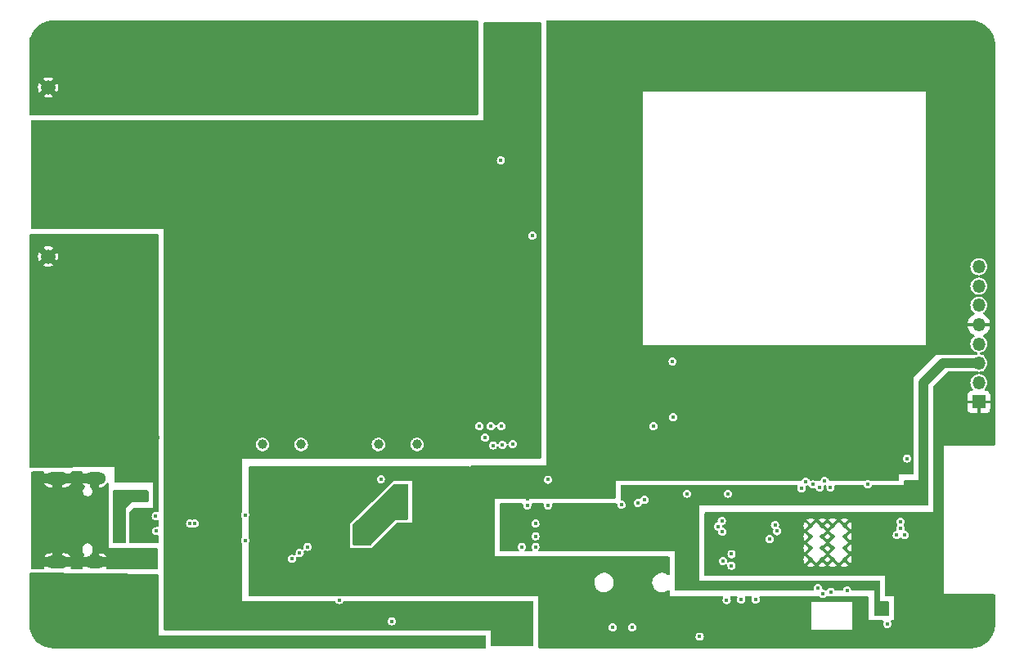
<source format=gbr>
%TF.GenerationSoftware,KiCad,Pcbnew,(5.99.0-11174-ge2a2c3282a)*%
%TF.CreationDate,2021-07-05T21:59:08+02:00*%
%TF.ProjectId,flatlight_rev20_ESIDE,666c6174-6c69-4676-9874-5f7265763230,rev?*%
%TF.SameCoordinates,Original*%
%TF.FileFunction,Copper,L3,Inr*%
%TF.FilePolarity,Positive*%
%FSLAX46Y46*%
G04 Gerber Fmt 4.6, Leading zero omitted, Abs format (unit mm)*
G04 Created by KiCad (PCBNEW (5.99.0-11174-ge2a2c3282a)) date 2021-07-05 21:59:08*
%MOMM*%
%LPD*%
G01*
G04 APERTURE LIST*
%TA.AperFunction,ComponentPad*%
%ADD10C,4.400000*%
%TD*%
%TA.AperFunction,ComponentPad*%
%ADD11C,0.700000*%
%TD*%
%TA.AperFunction,ComponentPad*%
%ADD12C,0.500000*%
%TD*%
%TA.AperFunction,ComponentPad*%
%ADD13C,1.500000*%
%TD*%
%TA.AperFunction,ComponentPad*%
%ADD14R,1.350000X1.350000*%
%TD*%
%TA.AperFunction,ComponentPad*%
%ADD15O,1.350000X1.350000*%
%TD*%
%TA.AperFunction,ComponentPad*%
%ADD16O,2.300000X1.300000*%
%TD*%
%TA.AperFunction,ComponentPad*%
%ADD17O,2.600000X1.300000*%
%TD*%
%TA.AperFunction,ComponentPad*%
%ADD18R,0.500000X0.900000*%
%TD*%
%TA.AperFunction,ViaPad*%
%ADD19C,0.450000*%
%TD*%
%TA.AperFunction,ViaPad*%
%ADD20C,1.000000*%
%TD*%
%TA.AperFunction,Conductor*%
%ADD21C,1.000000*%
%TD*%
G04 APERTURE END LIST*
D10*
%TO.N,GND*%
%TO.C,H5*%
X42250000Y-127550000D03*
D11*
X42250000Y-129200000D03*
X40600000Y-127550000D03*
X43900000Y-127550000D03*
X41083274Y-126383274D03*
X43416726Y-128716726D03*
X43416726Y-126383274D03*
X42250000Y-125900000D03*
X41083274Y-128716726D03*
%TD*%
%TO.N,+BATT*%
%TO.C,H6*%
X90916726Y-68716726D03*
D10*
X89750000Y-67550000D03*
D11*
X89750000Y-65900000D03*
X88583274Y-66383274D03*
X88100000Y-67550000D03*
X89750000Y-69200000D03*
X88583274Y-68716726D03*
X91400000Y-67550000D03*
X90916726Y-66383274D03*
%TD*%
%TO.N,GND*%
%TO.C,H4*%
X40550000Y-67500000D03*
D10*
X42200000Y-67500000D03*
D11*
X42200000Y-65850000D03*
X41033274Y-66333274D03*
X41033274Y-68666726D03*
X42200000Y-69150000D03*
X43850000Y-67500000D03*
X43366726Y-66333274D03*
X43366726Y-68666726D03*
%TD*%
%TO.N,GND*%
%TO.C,H3*%
X138416726Y-66383274D03*
X136083274Y-66383274D03*
D10*
X137250000Y-67550000D03*
D11*
X137250000Y-69200000D03*
X138900000Y-67550000D03*
X137250000Y-65900000D03*
X135600000Y-67550000D03*
X136083274Y-68716726D03*
X138416726Y-68716726D03*
%TD*%
%TO.N,GND*%
%TO.C,H2*%
X136083274Y-128716726D03*
X136083274Y-126383274D03*
X137250000Y-129200000D03*
D10*
X137250000Y-127550000D03*
D11*
X138900000Y-127550000D03*
X138416726Y-128716726D03*
X135600000Y-127550000D03*
X137250000Y-125900000D03*
X138416726Y-126383274D03*
%TD*%
%TO.N,+BATT*%
%TO.C,H1*%
X90916726Y-128716726D03*
X91400000Y-127550000D03*
X90916726Y-126383274D03*
X89750000Y-129200000D03*
X89750000Y-125900000D03*
D10*
X89750000Y-127550000D03*
D11*
X88100000Y-127550000D03*
X88583274Y-126383274D03*
X88583274Y-128716726D03*
%TD*%
D12*
%TO.N,GND*%
%TO.C,U6*%
X121850000Y-118500000D03*
X121850000Y-120850000D03*
X120650000Y-117350000D03*
X120650000Y-118500000D03*
X124150000Y-119700000D03*
X124150000Y-120850000D03*
X124150000Y-117350000D03*
X122925000Y-119700000D03*
X122925000Y-117350000D03*
X124150000Y-118500000D03*
X120650000Y-120850000D03*
X122925000Y-118500000D03*
X121850000Y-117350000D03*
X122925000Y-120850000D03*
X121850000Y-119700000D03*
X120650000Y-119700000D03*
%TD*%
D13*
%TO.N,GND*%
%TO.C,H17*%
X41700000Y-72000000D03*
%TD*%
%TO.N,GND*%
%TO.C,H18*%
X41700000Y-89500000D03*
%TD*%
D14*
%TO.N,GND*%
%TO.C,J1*%
X138050000Y-104550000D03*
D15*
%TO.N,ES_LED_PWM*%
X138050000Y-102550000D03*
%TO.N,+3V3*%
X138050000Y-100550000D03*
%TO.N,ES_LED_NTC*%
X138050000Y-98550000D03*
%TO.N,GND*%
X138050000Y-96550000D03*
%TO.N,ES_WS_SDAT*%
X138050000Y-94550000D03*
%TO.N,ES_WS_LDAT*%
X138050000Y-92550000D03*
%TO.N,ES_WS_POWER*%
X138050000Y-90550000D03*
%TD*%
D16*
%TO.N,GNDPWR*%
%TO.C,J2*%
X46510000Y-121120000D03*
D17*
X42685000Y-112480000D03*
D16*
X46510000Y-112480000D03*
D17*
X42685000Y-121120000D03*
%TD*%
D18*
%TO.N,GND*%
%TO.C,AE1*%
X134150000Y-123400000D03*
%TD*%
D19*
%TO.N,GND*%
X97950000Y-107050000D03*
X111750000Y-129550000D03*
X123950000Y-128350000D03*
X87750000Y-117850000D03*
X84250000Y-129550000D03*
X40450000Y-88250000D03*
X110150000Y-119450000D03*
X114250000Y-129550000D03*
X131850000Y-125550000D03*
X53050000Y-108250000D03*
X91300000Y-115250000D03*
X50200000Y-65850000D03*
X124250000Y-129550000D03*
X99350000Y-107050000D03*
X94450000Y-113450000D03*
X55200000Y-65850000D03*
X122400000Y-124950000D03*
X130250000Y-125550000D03*
X119450000Y-128350000D03*
X138150000Y-124750000D03*
X52700000Y-65850000D03*
X85100000Y-114050000D03*
X116100000Y-65850000D03*
X79650000Y-112550000D03*
X44350000Y-129550000D03*
X133150000Y-124450000D03*
X95600000Y-129550000D03*
X85100000Y-112550000D03*
X134050000Y-113450000D03*
X133150000Y-123550000D03*
X138950000Y-75550000D03*
X121100000Y-65850000D03*
X87750000Y-120550000D03*
X74750000Y-114450000D03*
X82700000Y-65850000D03*
X129250000Y-129550000D03*
X126250000Y-126850000D03*
X109650000Y-111950000D03*
X117750000Y-111650000D03*
X40450000Y-108250000D03*
X59350000Y-129550000D03*
X121250000Y-124950000D03*
X46850000Y-129550000D03*
X126100000Y-65850000D03*
X81550000Y-111350000D03*
X40450000Y-93250000D03*
X129150000Y-122050000D03*
X40450000Y-100750000D03*
X101750000Y-111950000D03*
X76850000Y-129550000D03*
X125450000Y-124950000D03*
X92150000Y-118450000D03*
X78425000Y-122475000D03*
X115900000Y-127550000D03*
X65900000Y-114475000D03*
X47700000Y-65850000D03*
X40450000Y-70750000D03*
X91825000Y-87350000D03*
X79650000Y-111350000D03*
X136750000Y-124750000D03*
X135350000Y-124750000D03*
X101750000Y-107050000D03*
X121850000Y-128350000D03*
X129150000Y-122750000D03*
X106750000Y-129550000D03*
X123600000Y-65850000D03*
X139350000Y-108950000D03*
X93100000Y-129550000D03*
X93600000Y-65850000D03*
X133150000Y-122750000D03*
X86250000Y-117850000D03*
X40450000Y-110750000D03*
X128600000Y-65850000D03*
X119250000Y-126650000D03*
X105350000Y-111950000D03*
X52100000Y-115950000D03*
X66350000Y-115125000D03*
X134050000Y-111750000D03*
X86350000Y-107050000D03*
X133150000Y-122050000D03*
X70100000Y-119550000D03*
X119250000Y-125500000D03*
X40450000Y-73250000D03*
X138950000Y-83050000D03*
X87550000Y-107050000D03*
X94450000Y-111750000D03*
X121750000Y-129550000D03*
X139350000Y-124750000D03*
X127750000Y-122050000D03*
X50550000Y-118750000D03*
X80200000Y-65850000D03*
X87050000Y-114050000D03*
X74750000Y-113400000D03*
X40550000Y-122650000D03*
X108600000Y-65850000D03*
X138950000Y-88050000D03*
X83450000Y-111350000D03*
X85100000Y-117850000D03*
X134050000Y-114950000D03*
X56400000Y-117150000D03*
X77750000Y-117850000D03*
X81550000Y-112550000D03*
X112050000Y-111950000D03*
X93450000Y-113450000D03*
X51850000Y-129550000D03*
X56850000Y-129550000D03*
X134050000Y-117850000D03*
X138950000Y-80550000D03*
X68950000Y-111350000D03*
X40450000Y-95750000D03*
X134250000Y-129550000D03*
X102950000Y-107050000D03*
X40450000Y-103250000D03*
X83050000Y-122350000D03*
X71850000Y-129550000D03*
X134050000Y-116350000D03*
X49350000Y-129550000D03*
X138950000Y-85550000D03*
X116500000Y-125000000D03*
X100650000Y-107050000D03*
X129150000Y-124350000D03*
X134050000Y-124750000D03*
X40550000Y-125150000D03*
X134050000Y-109150000D03*
X75250000Y-111350000D03*
X81500000Y-122375000D03*
X124550000Y-124950000D03*
X70050000Y-124250000D03*
X66850000Y-129550000D03*
X113050000Y-119450000D03*
X93450000Y-111750000D03*
X118150000Y-127550000D03*
X60200000Y-65850000D03*
X40450000Y-90750000D03*
X93450000Y-115250000D03*
X117000000Y-127550000D03*
X92150000Y-119550000D03*
X116750000Y-129550000D03*
X111100000Y-65850000D03*
X64675000Y-115100000D03*
X98100000Y-129550000D03*
X86750000Y-129550000D03*
X91300000Y-114550000D03*
X85100000Y-120550000D03*
X85100000Y-121450000D03*
X128450000Y-122050000D03*
X138950000Y-73050000D03*
X69350000Y-129550000D03*
X114650000Y-119450000D03*
X65200000Y-65850000D03*
X80750000Y-117850000D03*
X112050000Y-116250000D03*
X110150000Y-116400000D03*
X40450000Y-105750000D03*
X96750000Y-107050000D03*
X106100000Y-65850000D03*
X64350000Y-129550000D03*
X138950000Y-78050000D03*
X126750000Y-129550000D03*
X133600000Y-65850000D03*
X70200000Y-65850000D03*
X75200000Y-65850000D03*
X119250000Y-129550000D03*
X86250000Y-120550000D03*
X46350000Y-108250000D03*
X80100000Y-122400000D03*
X85100000Y-122350000D03*
X129150000Y-123550000D03*
X131100000Y-65850000D03*
X138950000Y-106350000D03*
X74350000Y-129550000D03*
X110150000Y-118000000D03*
X131750000Y-129550000D03*
X62700000Y-65850000D03*
X85100000Y-111350000D03*
X61850000Y-129550000D03*
X135050000Y-108950000D03*
X134050000Y-119350000D03*
X126350000Y-127850000D03*
X79250000Y-117850000D03*
X72700000Y-65850000D03*
X138950000Y-108350000D03*
X77150000Y-122375000D03*
X83450000Y-112550000D03*
X92150000Y-117150000D03*
X120250000Y-124950000D03*
X98600000Y-65850000D03*
X82250000Y-117850000D03*
X66200000Y-119550000D03*
X85200000Y-65850000D03*
X113600000Y-65850000D03*
X56850000Y-117150000D03*
X90750000Y-119550000D03*
X127050000Y-122050000D03*
X49850000Y-108250000D03*
X79250000Y-129550000D03*
X134050000Y-120450000D03*
X103600000Y-65850000D03*
X77350000Y-112550000D03*
X81750000Y-129550000D03*
D20*
X63900000Y-108950000D03*
D19*
X112050000Y-114050000D03*
X125450000Y-128350000D03*
X87750000Y-109050000D03*
X77700000Y-65850000D03*
X70550000Y-111350000D03*
X65050000Y-114450000D03*
X57700000Y-65850000D03*
X96100000Y-65850000D03*
X101100000Y-65850000D03*
X65475000Y-115100000D03*
X54350000Y-129550000D03*
X137650000Y-108950000D03*
X77350000Y-111350000D03*
X138950000Y-70550000D03*
X45200000Y-65850000D03*
X134050000Y-110250000D03*
X40450000Y-98250000D03*
X107150000Y-100350000D03*
X42350000Y-108250000D03*
X67700000Y-65850000D03*
X118600000Y-65850000D03*
X113850000Y-119450000D03*
%TO.N,+BATT*%
X41750000Y-81100000D03*
X42250000Y-86100000D03*
X42250000Y-82100000D03*
D20*
X71900000Y-108950000D03*
D19*
X41750000Y-85100000D03*
X42250000Y-78100000D03*
X41750000Y-79100000D03*
X41750000Y-83100000D03*
X41750000Y-77100000D03*
X42250000Y-84100000D03*
X42250000Y-80100000D03*
X42250000Y-76100000D03*
%TO.N,EN*%
X128575000Y-127525000D03*
X109150000Y-128850000D03*
%TO.N,Net-(C1-Pad1)*%
X76150000Y-112550000D03*
X68550000Y-119550000D03*
%TO.N,LX*%
X78650000Y-114600000D03*
X78650000Y-114000000D03*
X73550000Y-118300000D03*
X78650000Y-113400000D03*
X78650000Y-116400000D03*
X73550000Y-119100000D03*
X78650000Y-115800000D03*
X73550000Y-117500000D03*
X78650000Y-115200000D03*
%TO.N,GNDPWR*%
X40750000Y-114550000D03*
X40750000Y-116750000D03*
X40750000Y-118950000D03*
X48850000Y-120550000D03*
X51800000Y-120550000D03*
X40750000Y-112450000D03*
X40750000Y-121150000D03*
X48850000Y-121550000D03*
%TO.N,CC1*%
X62100000Y-116250000D03*
X62100000Y-118900000D03*
D20*
%TO.N,SYS*%
X75900000Y-108950000D03*
D19*
%TO.N,TX*%
X102150000Y-127900000D03*
X121900000Y-124400000D03*
%TO.N,RX*%
X100150000Y-127900000D03*
X121400000Y-123825500D03*
%TO.N,ES_LED_NTC*%
X130600000Y-110400000D03*
%TO.N,STAT*%
X107850000Y-114050000D03*
X66950000Y-120800000D03*
%TO.N,INOK*%
X67750000Y-120200000D03*
X112450000Y-120300000D03*
%TO.N,DISP_BACKLIGHT*%
X126550000Y-113050000D03*
X104350000Y-107050000D03*
%TO.N,DISP_RESET*%
X106400000Y-106150000D03*
X106350000Y-100350000D03*
%TO.N,GPIO46*%
X124400000Y-124100000D03*
X113450000Y-125000000D03*
%TO.N,GPIO45*%
X114950000Y-125000000D03*
X122750000Y-124200000D03*
%TO.N,SCL*%
X89800000Y-108900000D03*
X121575500Y-113400000D03*
%TO.N,IMU_INT2*%
X122694534Y-113425253D03*
X93450000Y-112600000D03*
%TO.N,SDA*%
X120900000Y-113100000D03*
X88750000Y-109000000D03*
%TO.N,IMU_INT1*%
X122100000Y-112750000D03*
X86950000Y-108250000D03*
%TO.N,BNT_DIG3*%
X129550000Y-118344313D03*
X101050000Y-115200000D03*
%TO.N,BNT_DIG2*%
X129950000Y-117650000D03*
X102750000Y-115000000D03*
%TO.N,BNT_DIG1*%
X103450000Y-114700000D03*
X129950000Y-116950000D03*
%TO.N,GPIO0*%
X130370000Y-118325735D03*
X111950000Y-125050000D03*
%TO.N,ENBST*%
X71850000Y-125050000D03*
X111550000Y-121000000D03*
%TO.N,SPIQ*%
X116400000Y-118750000D03*
X111050000Y-117435502D03*
%TO.N,SPICS0*%
X117185967Y-117930598D03*
X111450000Y-116850000D03*
%TO.N,SPIWP*%
X111500000Y-118000000D03*
X116950000Y-117274500D03*
%TO.N,+3V3*%
X130600000Y-113000000D03*
X128550000Y-126450000D03*
X118150000Y-123550000D03*
X131450000Y-113700000D03*
D20*
X79900000Y-108950000D03*
D19*
X101950000Y-114800000D03*
X131450000Y-113000000D03*
X128550000Y-125900000D03*
X88800000Y-119200000D03*
X106400000Y-113400000D03*
X117600000Y-123550000D03*
X132300000Y-113000000D03*
X116500000Y-123550000D03*
X128543750Y-125400000D03*
X88800000Y-118700000D03*
X88800000Y-119650000D03*
X117050000Y-123550000D03*
%TO.N,ITOPOFF*%
X77300000Y-127250000D03*
X112450000Y-121500000D03*
%TO.N,Net-(R6-Pad2)*%
X88600000Y-107050000D03*
X88575000Y-79550000D03*
%TO.N,U_N*%
X52900000Y-117924980D03*
X120150000Y-112800000D03*
%TO.N,U_P*%
X119700000Y-113500000D03*
X52850000Y-116375020D03*
D20*
%TO.N,CHG_Supply*%
X67900000Y-108950000D03*
D19*
X48600000Y-114450000D03*
X49600000Y-118900000D03*
X49600000Y-114450000D03*
X49100000Y-118700000D03*
X49100000Y-114650000D03*
X48600000Y-118900000D03*
%TD*%
D21*
%TO.N,+3V3*%
X132300000Y-102600000D02*
X132300000Y-113400000D01*
X132300000Y-113400000D02*
X131550000Y-114150000D01*
X134350000Y-100550000D02*
X132300000Y-102600000D01*
X138050000Y-100550000D02*
X134350000Y-100550000D01*
%TD*%
%TA.AperFunction,Conductor*%
%TO.N,+BATT*%
G36*
X42650000Y-86650000D02*
G01*
X40076000Y-86650000D01*
X40007879Y-86629998D01*
X39961386Y-86576342D01*
X39950000Y-86524000D01*
X39950000Y-75476000D01*
X39970002Y-75407879D01*
X40023658Y-75361386D01*
X40076000Y-75350000D01*
X42650000Y-75350000D01*
X42650000Y-86650000D01*
G37*
%TD.AperFunction*%
%TD*%
%TA.AperFunction,Conductor*%
%TO.N,GNDPWR*%
G36*
X41268777Y-111770002D02*
G01*
X41315270Y-111823658D01*
X41325374Y-111893932D01*
X41302592Y-111950061D01*
X41291488Y-111965344D01*
X41287067Y-111977736D01*
X41296210Y-111980000D01*
X44071045Y-111980000D01*
X44083668Y-111976293D01*
X44080125Y-111967565D01*
X44067408Y-111950061D01*
X44043549Y-111883193D01*
X44059630Y-111814042D01*
X44110544Y-111764562D01*
X44169344Y-111750000D01*
X45175656Y-111750000D01*
X45243777Y-111770002D01*
X45290270Y-111823658D01*
X45300374Y-111893932D01*
X45277592Y-111950061D01*
X45266488Y-111965344D01*
X45262067Y-111977736D01*
X45271210Y-111980000D01*
X46884000Y-111980000D01*
X46952121Y-112000002D01*
X46998614Y-112053658D01*
X47010000Y-112106000D01*
X47010000Y-113365885D01*
X47014475Y-113381124D01*
X47015865Y-113382329D01*
X47023548Y-113384000D01*
X47054281Y-113384000D01*
X47060840Y-113383656D01*
X47192428Y-113369826D01*
X47205271Y-113367096D01*
X47373439Y-113312455D01*
X47385447Y-113307109D01*
X47538575Y-113218700D01*
X47549205Y-113210976D01*
X47680611Y-113092659D01*
X47689402Y-113082896D01*
X47772064Y-112969120D01*
X47828286Y-112925766D01*
X47899022Y-112919690D01*
X47961814Y-112952822D01*
X47996725Y-113014642D01*
X48000000Y-113043181D01*
X48000000Y-119650000D01*
X52924000Y-119650000D01*
X52992121Y-119670002D01*
X53038614Y-119723658D01*
X53050000Y-119776000D01*
X53050000Y-121724000D01*
X53029998Y-121792121D01*
X52976342Y-121838614D01*
X52924000Y-121850000D01*
X47844344Y-121850000D01*
X47776223Y-121829998D01*
X47729730Y-121776342D01*
X47719626Y-121706068D01*
X47742408Y-121649939D01*
X47753512Y-121634656D01*
X47757933Y-121622264D01*
X47748790Y-121620000D01*
X45273955Y-121620000D01*
X45261332Y-121623707D01*
X45264875Y-121632435D01*
X45277592Y-121649939D01*
X45301451Y-121716807D01*
X45285370Y-121785958D01*
X45234456Y-121835438D01*
X45175656Y-121850000D01*
X44169344Y-121850000D01*
X44101223Y-121829998D01*
X44054730Y-121776342D01*
X44044626Y-121706068D01*
X44067408Y-121649939D01*
X44078512Y-121634656D01*
X44082933Y-121622264D01*
X44073790Y-121620000D01*
X41298955Y-121620000D01*
X41286332Y-121623707D01*
X41289875Y-121632435D01*
X41302592Y-121649939D01*
X41326451Y-121716807D01*
X41310370Y-121785958D01*
X41259456Y-121835438D01*
X41200656Y-121850000D01*
X40076000Y-121850000D01*
X40007879Y-121829998D01*
X39961386Y-121776342D01*
X39950000Y-121724000D01*
X39950000Y-120617736D01*
X41287067Y-120617736D01*
X41296210Y-120620000D01*
X42166885Y-120620000D01*
X42182124Y-120615525D01*
X42183329Y-120614135D01*
X42185000Y-120606452D01*
X42185000Y-120234115D01*
X42183659Y-120229548D01*
X43185000Y-120229548D01*
X43185000Y-120601885D01*
X43189475Y-120617124D01*
X43190865Y-120618329D01*
X43198548Y-120620000D01*
X44071045Y-120620000D01*
X44078754Y-120617736D01*
X45262067Y-120617736D01*
X45271210Y-120620000D01*
X45991885Y-120620000D01*
X46007124Y-120615525D01*
X46008329Y-120614135D01*
X46010000Y-120606452D01*
X46010000Y-120444193D01*
X46030002Y-120376072D01*
X46068766Y-120337631D01*
X46105030Y-120314750D01*
X46112625Y-120309958D01*
X46183640Y-120229548D01*
X47010000Y-120229548D01*
X47010000Y-120601885D01*
X47014475Y-120617124D01*
X47015865Y-120618329D01*
X47023548Y-120620000D01*
X47746045Y-120620000D01*
X47758668Y-120616293D01*
X47755125Y-120607565D01*
X47689402Y-120517104D01*
X47680611Y-120507341D01*
X47549205Y-120389024D01*
X47538575Y-120381300D01*
X47385447Y-120292891D01*
X47373439Y-120287545D01*
X47205271Y-120232904D01*
X47192428Y-120230174D01*
X47060840Y-120216344D01*
X47054281Y-120216000D01*
X47028115Y-120216000D01*
X47012876Y-120220475D01*
X47011671Y-120221865D01*
X47010000Y-120229548D01*
X46183640Y-120229548D01*
X46207501Y-120202531D01*
X46268412Y-120072794D01*
X46285500Y-119963045D01*
X46285500Y-119640086D01*
X46270182Y-119533123D01*
X46210860Y-119402651D01*
X46117303Y-119294074D01*
X45997033Y-119216118D01*
X45988436Y-119213547D01*
X45988434Y-119213546D01*
X45878951Y-119180804D01*
X45859718Y-119175052D01*
X45850742Y-119174997D01*
X45850741Y-119174997D01*
X45789027Y-119174620D01*
X45716396Y-119174177D01*
X45707765Y-119176644D01*
X45707763Y-119176644D01*
X45587223Y-119211094D01*
X45587220Y-119211095D01*
X45578589Y-119213562D01*
X45457375Y-119290042D01*
X45362499Y-119397469D01*
X45301588Y-119527206D01*
X45284500Y-119636955D01*
X45284500Y-119959914D01*
X45299818Y-120066877D01*
X45359140Y-120197349D01*
X45365001Y-120204151D01*
X45420450Y-120268502D01*
X45449764Y-120333164D01*
X45439465Y-120403410D01*
X45409307Y-120444387D01*
X45339389Y-120507341D01*
X45330598Y-120517104D01*
X45266488Y-120605344D01*
X45262067Y-120617736D01*
X44078754Y-120617736D01*
X44083668Y-120616293D01*
X44080125Y-120607565D01*
X44014402Y-120517104D01*
X44005611Y-120507341D01*
X43874205Y-120389024D01*
X43863575Y-120381300D01*
X43710447Y-120292891D01*
X43698439Y-120287545D01*
X43530271Y-120232904D01*
X43517428Y-120230174D01*
X43385840Y-120216344D01*
X43379281Y-120216000D01*
X43203115Y-120216000D01*
X43187876Y-120220475D01*
X43186671Y-120221865D01*
X43185000Y-120229548D01*
X42183659Y-120229548D01*
X42180525Y-120218876D01*
X42179135Y-120217671D01*
X42171452Y-120216000D01*
X41990719Y-120216000D01*
X41984160Y-120216344D01*
X41852572Y-120230174D01*
X41839729Y-120232904D01*
X41671561Y-120287545D01*
X41659553Y-120292891D01*
X41506425Y-120381300D01*
X41495795Y-120389024D01*
X41364389Y-120507341D01*
X41355598Y-120517104D01*
X41291488Y-120605344D01*
X41287067Y-120617736D01*
X39950000Y-120617736D01*
X39950000Y-112983707D01*
X41286332Y-112983707D01*
X41289875Y-112992435D01*
X41355598Y-113082896D01*
X41364389Y-113092659D01*
X41495795Y-113210976D01*
X41506425Y-113218700D01*
X41659553Y-113307109D01*
X41671561Y-113312455D01*
X41839729Y-113367096D01*
X41852572Y-113369826D01*
X41984160Y-113383656D01*
X41990719Y-113384000D01*
X42166885Y-113384000D01*
X42182124Y-113379525D01*
X42183329Y-113378135D01*
X42185000Y-113370452D01*
X42185000Y-112998115D01*
X42183659Y-112993548D01*
X43185000Y-112993548D01*
X43185000Y-113365885D01*
X43189475Y-113381124D01*
X43190865Y-113382329D01*
X43198548Y-113384000D01*
X43379281Y-113384000D01*
X43385840Y-113383656D01*
X43517428Y-113369826D01*
X43530271Y-113367096D01*
X43698439Y-113312455D01*
X43710447Y-113307109D01*
X43863575Y-113218700D01*
X43874205Y-113210976D01*
X44005611Y-113092659D01*
X44014402Y-113082896D01*
X44078512Y-112994656D01*
X44082418Y-112983707D01*
X45261332Y-112983707D01*
X45264875Y-112992435D01*
X45330598Y-113082896D01*
X45339389Y-113092659D01*
X45475703Y-113215396D01*
X45474119Y-113217155D01*
X45510872Y-113264833D01*
X45516936Y-113335570D01*
X45483795Y-113398357D01*
X45475698Y-113405981D01*
X45404074Y-113467697D01*
X45326118Y-113587967D01*
X45323547Y-113596564D01*
X45323546Y-113596566D01*
X45298503Y-113680304D01*
X45285052Y-113725282D01*
X45284177Y-113868604D01*
X45323562Y-114006411D01*
X45400042Y-114127625D01*
X45507469Y-114222501D01*
X45637206Y-114283412D01*
X45646074Y-114284793D01*
X45646075Y-114284793D01*
X45656750Y-114286455D01*
X45746955Y-114300500D01*
X45819914Y-114300500D01*
X45861643Y-114294524D01*
X45917991Y-114286455D01*
X45917994Y-114286454D01*
X45926877Y-114285182D01*
X46057349Y-114225860D01*
X46165926Y-114132303D01*
X46243882Y-114012033D01*
X46248146Y-113997777D01*
X46282375Y-113883321D01*
X46284948Y-113874718D01*
X46285823Y-113731396D01*
X46246438Y-113593589D01*
X46169958Y-113472375D01*
X46062531Y-113377499D01*
X46062839Y-113377150D01*
X46020868Y-113327721D01*
X46010000Y-113276529D01*
X46010000Y-112998115D01*
X46005525Y-112982876D01*
X46004135Y-112981671D01*
X45996452Y-112980000D01*
X45273955Y-112980000D01*
X45261332Y-112983707D01*
X44082418Y-112983707D01*
X44082933Y-112982264D01*
X44073790Y-112980000D01*
X43203115Y-112980000D01*
X43187876Y-112984475D01*
X43186671Y-112985865D01*
X43185000Y-112993548D01*
X42183659Y-112993548D01*
X42180525Y-112982876D01*
X42179135Y-112981671D01*
X42171452Y-112980000D01*
X41298955Y-112980000D01*
X41286332Y-112983707D01*
X39950000Y-112983707D01*
X39950000Y-111876000D01*
X39970002Y-111807879D01*
X40023658Y-111761386D01*
X40076000Y-111750000D01*
X41200656Y-111750000D01*
X41268777Y-111770002D01*
G37*
%TD.AperFunction*%
%TD*%
%TA.AperFunction,Conductor*%
%TO.N,CHG_Supply*%
G36*
X52042121Y-113720002D02*
G01*
X52088614Y-113773658D01*
X52100000Y-113826000D01*
X52100000Y-114774000D01*
X52079998Y-114842121D01*
X52026342Y-114888614D01*
X51974000Y-114900000D01*
X50400000Y-114900000D01*
X49800000Y-115500000D01*
X49800000Y-119024000D01*
X49779998Y-119092121D01*
X49726342Y-119138614D01*
X49674000Y-119150000D01*
X48526000Y-119150000D01*
X48457879Y-119129998D01*
X48411386Y-119076342D01*
X48400000Y-119024000D01*
X48400000Y-113826000D01*
X48420002Y-113757879D01*
X48473658Y-113711386D01*
X48526000Y-113700000D01*
X51974000Y-113700000D01*
X52042121Y-113720002D01*
G37*
%TD.AperFunction*%
%TD*%
%TA.AperFunction,Conductor*%
%TO.N,GND*%
G36*
X46779640Y-122302460D02*
G01*
X53024940Y-122349067D01*
X53092910Y-122369576D01*
X53139001Y-122423577D01*
X53150000Y-122475063D01*
X53150000Y-128750000D01*
X86924000Y-128750000D01*
X86992121Y-128770002D01*
X87038614Y-128823658D01*
X87050000Y-128876000D01*
X87050000Y-129924000D01*
X87029998Y-129992121D01*
X86976342Y-130038614D01*
X86924000Y-130050000D01*
X42274169Y-130050000D01*
X42250000Y-130047295D01*
X42250000Y-130045000D01*
X42149074Y-130043241D01*
X42143084Y-130042992D01*
X42047524Y-130036729D01*
X42039320Y-130035921D01*
X41810092Y-130005742D01*
X41801959Y-130004399D01*
X41724685Y-129989029D01*
X41716670Y-129987161D01*
X41547414Y-129941809D01*
X41493304Y-129927310D01*
X41485421Y-129924919D01*
X41410795Y-129899586D01*
X41403122Y-129896698D01*
X41189480Y-129808205D01*
X41181994Y-129804813D01*
X41111306Y-129769954D01*
X41104035Y-129766067D01*
X40903810Y-129650466D01*
X40896809Y-129646113D01*
X40854536Y-129617868D01*
X40831286Y-129602333D01*
X40824592Y-129597535D01*
X40641160Y-129456782D01*
X40634787Y-129451552D01*
X40575533Y-129399588D01*
X40569515Y-129393951D01*
X40406049Y-129230485D01*
X40400412Y-129224467D01*
X40348448Y-129165213D01*
X40343218Y-129158840D01*
X40202465Y-128975408D01*
X40197661Y-128968705D01*
X40153887Y-128903191D01*
X40149534Y-128896190D01*
X40033933Y-128695965D01*
X40030046Y-128688694D01*
X39995192Y-128618018D01*
X39991795Y-128610520D01*
X39903302Y-128396878D01*
X39900414Y-128389205D01*
X39875081Y-128314579D01*
X39872690Y-128306696D01*
X39858191Y-128252586D01*
X39812839Y-128083330D01*
X39810971Y-128075315D01*
X39795601Y-127998041D01*
X39794258Y-127989908D01*
X39764079Y-127760680D01*
X39763271Y-127752475D01*
X39757008Y-127656916D01*
X39756759Y-127650926D01*
X39755000Y-127550000D01*
X39752768Y-127550000D01*
X39750000Y-127531874D01*
X39750000Y-122376943D01*
X39770002Y-122308822D01*
X39823658Y-122262329D01*
X39876939Y-122250947D01*
X46779640Y-122302460D01*
G37*
%TD.AperFunction*%
%TD*%
%TA.AperFunction,Conductor*%
%TO.N,GND*%
G36*
X86192121Y-65070002D02*
G01*
X86238614Y-65123658D01*
X86250000Y-65176000D01*
X86250000Y-74724000D01*
X86229998Y-74792121D01*
X86176342Y-74838614D01*
X86124000Y-74850000D01*
X39876000Y-74850000D01*
X39807879Y-74829998D01*
X39761386Y-74776342D01*
X39750000Y-74724000D01*
X39750000Y-72923322D01*
X41206562Y-72923322D01*
X41211471Y-72929880D01*
X41272227Y-72963835D01*
X41283455Y-72968740D01*
X41467578Y-73028564D01*
X41479552Y-73031197D01*
X41671792Y-73054121D01*
X41684041Y-73054378D01*
X41877071Y-73039525D01*
X41889151Y-73037394D01*
X42075607Y-72985334D01*
X42087040Y-72980900D01*
X42183550Y-72932149D01*
X42193834Y-72922504D01*
X42191596Y-72915860D01*
X41712812Y-72437076D01*
X41698868Y-72429462D01*
X41697035Y-72429593D01*
X41690420Y-72433844D01*
X41213322Y-72910942D01*
X41206562Y-72923322D01*
X39750000Y-72923322D01*
X39750000Y-71991413D01*
X40645538Y-71991413D01*
X40661736Y-72184321D01*
X40663951Y-72196386D01*
X40717311Y-72382475D01*
X40721829Y-72393887D01*
X40767869Y-72483470D01*
X40777590Y-72493691D01*
X40784389Y-72491347D01*
X41262924Y-72012812D01*
X41269302Y-72001132D01*
X42129462Y-72001132D01*
X42129593Y-72002965D01*
X42133844Y-72009580D01*
X42611035Y-72486771D01*
X42623415Y-72493531D01*
X42630148Y-72488490D01*
X42660818Y-72434501D01*
X42665810Y-72423291D01*
X42726915Y-72239604D01*
X42729635Y-72227632D01*
X42754228Y-72032963D01*
X42754719Y-72025936D01*
X42755032Y-72003505D01*
X42754739Y-71996513D01*
X42735588Y-71801201D01*
X42733205Y-71789164D01*
X42677252Y-71603839D01*
X42672577Y-71592498D01*
X42632203Y-71516564D01*
X42622341Y-71506481D01*
X42615215Y-71509049D01*
X42137076Y-71987188D01*
X42129462Y-72001132D01*
X41269302Y-72001132D01*
X41270538Y-71998868D01*
X41270407Y-71997035D01*
X41266156Y-71990420D01*
X40789115Y-71513379D01*
X40776735Y-71506619D01*
X40770347Y-71511401D01*
X40733204Y-71578964D01*
X40728376Y-71590228D01*
X40669837Y-71774766D01*
X40667289Y-71786755D01*
X40645709Y-71979144D01*
X40645538Y-71991413D01*
X39750000Y-71991413D01*
X39750000Y-71077642D01*
X41206414Y-71077642D01*
X41208867Y-71084603D01*
X41687188Y-71562924D01*
X41701132Y-71570538D01*
X41702965Y-71570407D01*
X41709580Y-71566156D01*
X42186602Y-71089134D01*
X42193362Y-71076754D01*
X42188703Y-71070531D01*
X42114280Y-71030291D01*
X42102974Y-71025538D01*
X41918040Y-70968291D01*
X41906027Y-70965825D01*
X41713494Y-70945589D01*
X41701226Y-70945504D01*
X41508439Y-70963048D01*
X41496383Y-70965348D01*
X41310679Y-71020004D01*
X41299295Y-71024603D01*
X41216563Y-71067854D01*
X41206414Y-71077642D01*
X39750000Y-71077642D01*
X39750000Y-67574169D01*
X39752705Y-67550000D01*
X39755000Y-67550000D01*
X39756759Y-67449074D01*
X39757008Y-67443084D01*
X39763271Y-67347524D01*
X39764079Y-67339320D01*
X39794258Y-67110092D01*
X39795601Y-67101959D01*
X39810971Y-67024685D01*
X39812839Y-67016670D01*
X39872690Y-66793304D01*
X39875083Y-66785416D01*
X39900414Y-66710795D01*
X39903302Y-66703122D01*
X39991795Y-66489480D01*
X39995192Y-66481982D01*
X40030046Y-66411306D01*
X40033933Y-66404035D01*
X40149534Y-66203810D01*
X40153887Y-66196809D01*
X40197661Y-66131295D01*
X40202465Y-66124592D01*
X40343218Y-65941160D01*
X40348448Y-65934787D01*
X40400412Y-65875533D01*
X40406049Y-65869515D01*
X40569515Y-65706049D01*
X40575533Y-65700412D01*
X40634787Y-65648448D01*
X40641160Y-65643218D01*
X40824592Y-65502465D01*
X40831286Y-65497667D01*
X40854536Y-65482132D01*
X40896809Y-65453887D01*
X40903810Y-65449534D01*
X41104035Y-65333933D01*
X41111306Y-65330046D01*
X41111466Y-65329967D01*
X41181994Y-65295187D01*
X41189480Y-65291795D01*
X41403122Y-65203302D01*
X41410795Y-65200414D01*
X41485421Y-65175081D01*
X41493304Y-65172690D01*
X41547414Y-65158191D01*
X41716670Y-65112839D01*
X41724685Y-65110971D01*
X41801959Y-65095601D01*
X41810092Y-65094258D01*
X42039320Y-65064079D01*
X42047525Y-65063271D01*
X42143084Y-65057008D01*
X42149074Y-65056759D01*
X42203811Y-65055805D01*
X42233496Y-65055288D01*
X42233499Y-65055288D01*
X42250000Y-65055000D01*
X42250000Y-65052768D01*
X42268126Y-65050000D01*
X86124000Y-65050000D01*
X86192121Y-65070002D01*
G37*
%TD.AperFunction*%
%TD*%
%TA.AperFunction,Conductor*%
%TO.N,GND*%
G36*
X53092121Y-87170002D02*
G01*
X53138614Y-87223658D01*
X53150000Y-87276000D01*
X53150000Y-115847728D01*
X53129998Y-115915849D01*
X53076342Y-115962342D01*
X53006068Y-115972446D01*
X52989661Y-115968631D01*
X52983126Y-115965301D01*
X52850000Y-115944216D01*
X52840207Y-115945767D01*
X52726665Y-115963750D01*
X52726663Y-115963751D01*
X52716874Y-115965301D01*
X52596780Y-116026492D01*
X52501472Y-116121800D01*
X52440281Y-116241894D01*
X52438731Y-116251683D01*
X52438730Y-116251685D01*
X52424698Y-116340281D01*
X52419196Y-116375020D01*
X52420747Y-116384813D01*
X52423386Y-116401472D01*
X52440281Y-116508146D01*
X52501472Y-116628240D01*
X52596780Y-116723548D01*
X52716874Y-116784739D01*
X52726663Y-116786289D01*
X52726665Y-116786290D01*
X52840207Y-116804273D01*
X52850000Y-116805824D01*
X52983126Y-116784739D01*
X52987712Y-116782402D01*
X53056033Y-116780452D01*
X53116830Y-116817115D01*
X53148155Y-116880828D01*
X53150000Y-116902312D01*
X53150000Y-117386245D01*
X53129998Y-117454366D01*
X53076342Y-117500859D01*
X53004290Y-117510694D01*
X52900000Y-117494176D01*
X52890207Y-117495727D01*
X52776665Y-117513710D01*
X52776663Y-117513711D01*
X52766874Y-117515261D01*
X52646780Y-117576452D01*
X52551472Y-117671760D01*
X52490281Y-117791854D01*
X52469196Y-117924980D01*
X52490281Y-118058106D01*
X52551472Y-118178200D01*
X52646780Y-118273508D01*
X52766874Y-118334699D01*
X52776663Y-118336249D01*
X52776665Y-118336250D01*
X52890207Y-118354233D01*
X52900000Y-118355784D01*
X53004290Y-118339266D01*
X53074700Y-118348366D01*
X53129014Y-118394087D01*
X53150000Y-118463715D01*
X53150000Y-119024000D01*
X53129998Y-119092121D01*
X53076342Y-119138614D01*
X53024000Y-119150000D01*
X50226000Y-119150000D01*
X50157879Y-119129998D01*
X50111386Y-119076342D01*
X50100000Y-119024000D01*
X50100000Y-116002190D01*
X50120002Y-115934069D01*
X50136905Y-115913095D01*
X50463095Y-115586905D01*
X50525407Y-115552879D01*
X50552190Y-115550000D01*
X52550000Y-115550000D01*
X52550000Y-112900000D01*
X48676000Y-112900000D01*
X48607879Y-112879998D01*
X48561386Y-112826342D01*
X48550000Y-112774000D01*
X48550000Y-111250000D01*
X48536092Y-111250158D01*
X39877432Y-111348552D01*
X39809088Y-111329325D01*
X39761989Y-111276201D01*
X39750000Y-111222560D01*
X39750000Y-90423322D01*
X41206562Y-90423322D01*
X41211471Y-90429880D01*
X41272227Y-90463835D01*
X41283455Y-90468740D01*
X41467578Y-90528564D01*
X41479552Y-90531197D01*
X41671792Y-90554121D01*
X41684041Y-90554378D01*
X41877071Y-90539525D01*
X41889151Y-90537394D01*
X42075607Y-90485334D01*
X42087040Y-90480900D01*
X42183550Y-90432149D01*
X42193834Y-90422504D01*
X42191596Y-90415860D01*
X41712812Y-89937076D01*
X41698868Y-89929462D01*
X41697035Y-89929593D01*
X41690420Y-89933844D01*
X41213322Y-90410942D01*
X41206562Y-90423322D01*
X39750000Y-90423322D01*
X39750000Y-89491413D01*
X40645538Y-89491413D01*
X40661736Y-89684321D01*
X40663951Y-89696386D01*
X40717311Y-89882475D01*
X40721829Y-89893887D01*
X40767869Y-89983470D01*
X40777590Y-89993691D01*
X40784389Y-89991347D01*
X41262924Y-89512812D01*
X41269302Y-89501132D01*
X42129462Y-89501132D01*
X42129593Y-89502965D01*
X42133844Y-89509580D01*
X42611035Y-89986771D01*
X42623415Y-89993531D01*
X42630148Y-89988490D01*
X42660818Y-89934501D01*
X42665810Y-89923291D01*
X42726915Y-89739604D01*
X42729635Y-89727632D01*
X42754228Y-89532963D01*
X42754719Y-89525936D01*
X42755032Y-89503505D01*
X42754739Y-89496513D01*
X42735588Y-89301201D01*
X42733205Y-89289164D01*
X42677252Y-89103839D01*
X42672577Y-89092498D01*
X42632203Y-89016564D01*
X42622341Y-89006481D01*
X42615215Y-89009049D01*
X42137076Y-89487188D01*
X42129462Y-89501132D01*
X41269302Y-89501132D01*
X41270538Y-89498868D01*
X41270407Y-89497035D01*
X41266156Y-89490420D01*
X40789115Y-89013379D01*
X40776735Y-89006619D01*
X40770347Y-89011401D01*
X40733204Y-89078964D01*
X40728376Y-89090228D01*
X40669837Y-89274766D01*
X40667289Y-89286755D01*
X40645709Y-89479144D01*
X40645538Y-89491413D01*
X39750000Y-89491413D01*
X39750000Y-88577642D01*
X41206414Y-88577642D01*
X41208867Y-88584603D01*
X41687188Y-89062924D01*
X41701132Y-89070538D01*
X41702965Y-89070407D01*
X41709580Y-89066156D01*
X42186602Y-88589134D01*
X42193362Y-88576754D01*
X42188703Y-88570531D01*
X42114280Y-88530291D01*
X42102974Y-88525538D01*
X41918040Y-88468291D01*
X41906027Y-88465825D01*
X41713494Y-88445589D01*
X41701226Y-88445504D01*
X41508439Y-88463048D01*
X41496383Y-88465348D01*
X41310679Y-88520004D01*
X41299295Y-88524603D01*
X41216563Y-88567854D01*
X41206414Y-88577642D01*
X39750000Y-88577642D01*
X39750000Y-87276000D01*
X39770002Y-87207879D01*
X39823658Y-87161386D01*
X39876000Y-87150000D01*
X53024000Y-87150000D01*
X53092121Y-87170002D01*
G37*
%TD.AperFunction*%
%TD*%
%TA.AperFunction,Conductor*%
%TO.N,+BATT*%
G36*
X92692121Y-65270002D02*
G01*
X92738614Y-65323658D01*
X92750000Y-65376000D01*
X92750000Y-110324000D01*
X92729998Y-110392121D01*
X92676342Y-110438614D01*
X92624000Y-110450000D01*
X61750000Y-110450000D01*
X61750000Y-115969418D01*
X61736267Y-116026621D01*
X61690281Y-116116874D01*
X61669196Y-116250000D01*
X61670747Y-116259793D01*
X61686574Y-116359719D01*
X61690281Y-116383126D01*
X61694782Y-116391959D01*
X61736267Y-116473379D01*
X61750000Y-116530582D01*
X61750000Y-118619418D01*
X61736267Y-118676621D01*
X61690281Y-118766874D01*
X61688731Y-118776663D01*
X61688730Y-118776665D01*
X61682362Y-118816874D01*
X61669196Y-118900000D01*
X61690281Y-119033126D01*
X61715757Y-119083126D01*
X61736267Y-119123379D01*
X61750000Y-119180582D01*
X61750000Y-125150000D01*
X71346189Y-125150000D01*
X71414310Y-125170002D01*
X71458456Y-125218797D01*
X71501472Y-125303220D01*
X71596780Y-125398528D01*
X71716874Y-125459719D01*
X71726663Y-125461269D01*
X71726665Y-125461270D01*
X71840207Y-125479253D01*
X71850000Y-125480804D01*
X71859793Y-125479253D01*
X71973335Y-125461270D01*
X71973337Y-125461269D01*
X71983126Y-125459719D01*
X72103220Y-125398528D01*
X72198528Y-125303220D01*
X72241544Y-125218797D01*
X72290293Y-125167182D01*
X72353811Y-125150000D01*
X91824000Y-125150000D01*
X91892121Y-125170002D01*
X91938614Y-125223658D01*
X91950000Y-125276000D01*
X91950000Y-129724000D01*
X91929998Y-129792121D01*
X91876342Y-129838614D01*
X91824000Y-129850000D01*
X87676000Y-129850000D01*
X87607879Y-129829998D01*
X87561386Y-129776342D01*
X87550000Y-129724000D01*
X87550000Y-128250000D01*
X53826000Y-128250000D01*
X53757879Y-128229998D01*
X53711386Y-128176342D01*
X53700000Y-128124000D01*
X53700000Y-127250000D01*
X76869196Y-127250000D01*
X76890281Y-127383126D01*
X76951472Y-127503220D01*
X77046780Y-127598528D01*
X77166874Y-127659719D01*
X77176663Y-127661269D01*
X77176665Y-127661270D01*
X77290207Y-127679253D01*
X77300000Y-127680804D01*
X77309793Y-127679253D01*
X77423335Y-127661270D01*
X77423337Y-127661269D01*
X77433126Y-127659719D01*
X77553220Y-127598528D01*
X77648528Y-127503220D01*
X77709719Y-127383126D01*
X77730804Y-127250000D01*
X77709719Y-127116874D01*
X77648528Y-126996780D01*
X77553220Y-126901472D01*
X77433126Y-126840281D01*
X77423337Y-126838731D01*
X77423335Y-126838730D01*
X77309793Y-126820747D01*
X77300000Y-126819196D01*
X77290207Y-126820747D01*
X77176665Y-126838730D01*
X77176663Y-126838731D01*
X77166874Y-126840281D01*
X77046780Y-126901472D01*
X76951472Y-126996780D01*
X76890281Y-127116874D01*
X76869196Y-127250000D01*
X53700000Y-127250000D01*
X53700000Y-117150000D01*
X55969196Y-117150000D01*
X55990281Y-117283126D01*
X56051472Y-117403220D01*
X56146780Y-117498528D01*
X56266874Y-117559719D01*
X56276663Y-117561269D01*
X56276665Y-117561270D01*
X56390207Y-117579253D01*
X56400000Y-117580804D01*
X56409793Y-117579253D01*
X56523335Y-117561270D01*
X56523337Y-117561269D01*
X56533126Y-117559719D01*
X56567798Y-117542053D01*
X56637573Y-117528949D01*
X56682202Y-117542053D01*
X56716874Y-117559719D01*
X56726663Y-117561269D01*
X56726665Y-117561270D01*
X56840207Y-117579253D01*
X56850000Y-117580804D01*
X56859793Y-117579253D01*
X56973335Y-117561270D01*
X56973337Y-117561269D01*
X56983126Y-117559719D01*
X57103220Y-117498528D01*
X57198528Y-117403220D01*
X57259719Y-117283126D01*
X57280804Y-117150000D01*
X57272652Y-117098528D01*
X57261270Y-117026665D01*
X57261269Y-117026663D01*
X57259719Y-117016874D01*
X57198528Y-116896780D01*
X57103220Y-116801472D01*
X56983126Y-116740281D01*
X56973337Y-116738731D01*
X56973335Y-116738730D01*
X56859793Y-116720747D01*
X56850000Y-116719196D01*
X56840207Y-116720747D01*
X56726665Y-116738730D01*
X56726663Y-116738731D01*
X56716874Y-116740281D01*
X56682202Y-116757947D01*
X56612427Y-116771051D01*
X56567798Y-116757947D01*
X56533126Y-116740281D01*
X56523337Y-116738731D01*
X56523335Y-116738730D01*
X56409793Y-116720747D01*
X56400000Y-116719196D01*
X56390207Y-116720747D01*
X56276665Y-116738730D01*
X56276663Y-116738731D01*
X56266874Y-116740281D01*
X56146780Y-116801472D01*
X56051472Y-116896780D01*
X55990281Y-117016874D01*
X55988731Y-117026663D01*
X55988730Y-117026665D01*
X55977348Y-117098528D01*
X55969196Y-117150000D01*
X53700000Y-117150000D01*
X53700000Y-108942611D01*
X63194394Y-108942611D01*
X63212999Y-109111135D01*
X63220867Y-109132634D01*
X63267561Y-109260231D01*
X63271266Y-109270356D01*
X63275502Y-109276659D01*
X63275502Y-109276660D01*
X63287415Y-109294388D01*
X63365830Y-109411083D01*
X63371442Y-109416190D01*
X63371445Y-109416193D01*
X63485612Y-109520077D01*
X63485616Y-109520080D01*
X63491233Y-109525191D01*
X63497906Y-109528814D01*
X63497910Y-109528817D01*
X63633558Y-109602467D01*
X63633560Y-109602468D01*
X63640235Y-109606092D01*
X63647584Y-109608020D01*
X63796883Y-109647188D01*
X63796885Y-109647188D01*
X63804233Y-109649116D01*
X63890609Y-109650473D01*
X63966161Y-109651660D01*
X63966164Y-109651660D01*
X63973760Y-109651779D01*
X63981165Y-109650083D01*
X63981166Y-109650083D01*
X64041586Y-109636245D01*
X64139029Y-109613928D01*
X64290498Y-109537747D01*
X64381857Y-109459719D01*
X64413651Y-109432564D01*
X64413652Y-109432563D01*
X64419423Y-109427634D01*
X64518361Y-109289947D01*
X64526237Y-109270356D01*
X64578766Y-109139687D01*
X64578767Y-109139685D01*
X64581601Y-109132634D01*
X64605490Y-108964778D01*
X64605645Y-108950000D01*
X64604751Y-108942611D01*
X67194394Y-108942611D01*
X67212999Y-109111135D01*
X67220867Y-109132634D01*
X67267561Y-109260231D01*
X67271266Y-109270356D01*
X67275502Y-109276659D01*
X67275502Y-109276660D01*
X67287415Y-109294388D01*
X67365830Y-109411083D01*
X67371442Y-109416190D01*
X67371445Y-109416193D01*
X67485612Y-109520077D01*
X67485616Y-109520080D01*
X67491233Y-109525191D01*
X67497906Y-109528814D01*
X67497910Y-109528817D01*
X67633558Y-109602467D01*
X67633560Y-109602468D01*
X67640235Y-109606092D01*
X67647584Y-109608020D01*
X67796883Y-109647188D01*
X67796885Y-109647188D01*
X67804233Y-109649116D01*
X67890609Y-109650473D01*
X67966161Y-109651660D01*
X67966164Y-109651660D01*
X67973760Y-109651779D01*
X67981165Y-109650083D01*
X67981166Y-109650083D01*
X68041586Y-109636245D01*
X68139029Y-109613928D01*
X68290498Y-109537747D01*
X68381857Y-109459719D01*
X68413651Y-109432564D01*
X68413652Y-109432563D01*
X68419423Y-109427634D01*
X68518361Y-109289947D01*
X68526237Y-109270356D01*
X68578766Y-109139687D01*
X68578767Y-109139685D01*
X68581601Y-109132634D01*
X68605490Y-108964778D01*
X68605645Y-108950000D01*
X68604751Y-108942611D01*
X75194394Y-108942611D01*
X75212999Y-109111135D01*
X75220867Y-109132634D01*
X75267561Y-109260231D01*
X75271266Y-109270356D01*
X75275502Y-109276659D01*
X75275502Y-109276660D01*
X75287415Y-109294388D01*
X75365830Y-109411083D01*
X75371442Y-109416190D01*
X75371445Y-109416193D01*
X75485612Y-109520077D01*
X75485616Y-109520080D01*
X75491233Y-109525191D01*
X75497906Y-109528814D01*
X75497910Y-109528817D01*
X75633558Y-109602467D01*
X75633560Y-109602468D01*
X75640235Y-109606092D01*
X75647584Y-109608020D01*
X75796883Y-109647188D01*
X75796885Y-109647188D01*
X75804233Y-109649116D01*
X75890609Y-109650473D01*
X75966161Y-109651660D01*
X75966164Y-109651660D01*
X75973760Y-109651779D01*
X75981165Y-109650083D01*
X75981166Y-109650083D01*
X76041586Y-109636245D01*
X76139029Y-109613928D01*
X76290498Y-109537747D01*
X76381857Y-109459719D01*
X76413651Y-109432564D01*
X76413652Y-109432563D01*
X76419423Y-109427634D01*
X76518361Y-109289947D01*
X76526237Y-109270356D01*
X76578766Y-109139687D01*
X76578767Y-109139685D01*
X76581601Y-109132634D01*
X76605490Y-108964778D01*
X76605645Y-108950000D01*
X76604751Y-108942611D01*
X79194394Y-108942611D01*
X79212999Y-109111135D01*
X79220867Y-109132634D01*
X79267561Y-109260231D01*
X79271266Y-109270356D01*
X79275502Y-109276659D01*
X79275502Y-109276660D01*
X79287415Y-109294388D01*
X79365830Y-109411083D01*
X79371442Y-109416190D01*
X79371445Y-109416193D01*
X79485612Y-109520077D01*
X79485616Y-109520080D01*
X79491233Y-109525191D01*
X79497906Y-109528814D01*
X79497910Y-109528817D01*
X79633558Y-109602467D01*
X79633560Y-109602468D01*
X79640235Y-109606092D01*
X79647584Y-109608020D01*
X79796883Y-109647188D01*
X79796885Y-109647188D01*
X79804233Y-109649116D01*
X79890609Y-109650473D01*
X79966161Y-109651660D01*
X79966164Y-109651660D01*
X79973760Y-109651779D01*
X79981165Y-109650083D01*
X79981166Y-109650083D01*
X80041586Y-109636245D01*
X80139029Y-109613928D01*
X80290498Y-109537747D01*
X80381857Y-109459719D01*
X80413651Y-109432564D01*
X80413652Y-109432563D01*
X80419423Y-109427634D01*
X80518361Y-109289947D01*
X80526237Y-109270356D01*
X80578766Y-109139687D01*
X80578767Y-109139685D01*
X80581601Y-109132634D01*
X80593361Y-109050000D01*
X87319196Y-109050000D01*
X87320747Y-109059793D01*
X87334981Y-109149661D01*
X87340281Y-109183126D01*
X87401472Y-109303220D01*
X87496780Y-109398528D01*
X87616874Y-109459719D01*
X87626663Y-109461269D01*
X87626665Y-109461270D01*
X87740207Y-109479253D01*
X87750000Y-109480804D01*
X87759793Y-109479253D01*
X87873335Y-109461270D01*
X87873337Y-109461269D01*
X87883126Y-109459719D01*
X88003220Y-109398528D01*
X88098528Y-109303220D01*
X88150471Y-109201276D01*
X88199219Y-109149661D01*
X88268134Y-109132595D01*
X88335336Y-109155496D01*
X88375005Y-109201276D01*
X88401472Y-109253220D01*
X88496780Y-109348528D01*
X88616874Y-109409719D01*
X88626663Y-109411269D01*
X88626665Y-109411270D01*
X88740207Y-109429253D01*
X88750000Y-109430804D01*
X88759793Y-109429253D01*
X88873335Y-109411270D01*
X88873337Y-109411269D01*
X88883126Y-109409719D01*
X89003220Y-109348528D01*
X89098528Y-109253220D01*
X89159719Y-109133126D01*
X89165812Y-109094656D01*
X89196224Y-109030503D01*
X89256492Y-108992975D01*
X89327481Y-108993989D01*
X89386654Y-109033221D01*
X89402528Y-109057163D01*
X89421390Y-109094181D01*
X89451472Y-109153220D01*
X89546780Y-109248528D01*
X89666874Y-109309719D01*
X89676663Y-109311269D01*
X89676665Y-109311270D01*
X89790207Y-109329253D01*
X89800000Y-109330804D01*
X89809793Y-109329253D01*
X89923335Y-109311270D01*
X89923337Y-109311269D01*
X89933126Y-109309719D01*
X90053220Y-109248528D01*
X90148528Y-109153220D01*
X90209719Y-109033126D01*
X90219898Y-108968862D01*
X90229253Y-108909793D01*
X90230804Y-108900000D01*
X90215855Y-108805613D01*
X90211270Y-108776665D01*
X90211269Y-108776663D01*
X90209719Y-108766874D01*
X90148528Y-108646780D01*
X90053220Y-108551472D01*
X89933126Y-108490281D01*
X89923337Y-108488731D01*
X89923335Y-108488730D01*
X89809793Y-108470747D01*
X89800000Y-108469196D01*
X89790207Y-108470747D01*
X89676665Y-108488730D01*
X89676663Y-108488731D01*
X89666874Y-108490281D01*
X89546780Y-108551472D01*
X89451472Y-108646780D01*
X89390281Y-108766874D01*
X89388730Y-108776665D01*
X89388730Y-108776666D01*
X89384188Y-108805344D01*
X89353776Y-108869497D01*
X89293508Y-108907025D01*
X89222519Y-108906011D01*
X89163346Y-108866779D01*
X89147472Y-108842837D01*
X89116310Y-108781680D01*
X89098528Y-108746780D01*
X89003220Y-108651472D01*
X88883126Y-108590281D01*
X88873337Y-108588731D01*
X88873335Y-108588730D01*
X88759793Y-108570747D01*
X88750000Y-108569196D01*
X88740207Y-108570747D01*
X88626665Y-108588730D01*
X88626663Y-108588731D01*
X88616874Y-108590281D01*
X88496780Y-108651472D01*
X88401472Y-108746780D01*
X88349529Y-108848724D01*
X88300781Y-108900339D01*
X88231866Y-108917405D01*
X88164664Y-108894504D01*
X88124995Y-108848724D01*
X88120017Y-108838954D01*
X88098528Y-108796780D01*
X88003220Y-108701472D01*
X87883126Y-108640281D01*
X87873337Y-108638731D01*
X87873335Y-108638730D01*
X87759793Y-108620747D01*
X87750000Y-108619196D01*
X87740207Y-108620747D01*
X87626665Y-108638730D01*
X87626663Y-108638731D01*
X87616874Y-108640281D01*
X87496780Y-108701472D01*
X87401472Y-108796780D01*
X87340281Y-108916874D01*
X87338731Y-108926663D01*
X87338730Y-108926665D01*
X87320747Y-109040207D01*
X87319196Y-109050000D01*
X80593361Y-109050000D01*
X80605490Y-108964778D01*
X80605645Y-108950000D01*
X80603840Y-108935080D01*
X80595903Y-108869497D01*
X80585276Y-108781680D01*
X80525345Y-108623077D01*
X80489379Y-108570747D01*
X80433614Y-108489608D01*
X80433613Y-108489607D01*
X80429312Y-108483349D01*
X80316825Y-108383126D01*
X80308392Y-108375612D01*
X80308388Y-108375610D01*
X80302721Y-108370560D01*
X80152881Y-108291224D01*
X79988763Y-108250000D01*
X86519196Y-108250000D01*
X86520747Y-108259793D01*
X86538419Y-108371368D01*
X86540281Y-108383126D01*
X86601472Y-108503220D01*
X86696780Y-108598528D01*
X86816874Y-108659719D01*
X86826663Y-108661269D01*
X86826665Y-108661270D01*
X86940207Y-108679253D01*
X86950000Y-108680804D01*
X86959793Y-108679253D01*
X87073335Y-108661270D01*
X87073337Y-108661269D01*
X87083126Y-108659719D01*
X87203220Y-108598528D01*
X87298528Y-108503220D01*
X87359719Y-108383126D01*
X87361582Y-108371368D01*
X87379253Y-108259793D01*
X87380804Y-108250000D01*
X87359719Y-108116874D01*
X87298528Y-107996780D01*
X87203220Y-107901472D01*
X87083126Y-107840281D01*
X87073337Y-107838731D01*
X87073335Y-107838730D01*
X86959793Y-107820747D01*
X86950000Y-107819196D01*
X86940207Y-107820747D01*
X86826665Y-107838730D01*
X86826663Y-107838731D01*
X86816874Y-107840281D01*
X86696780Y-107901472D01*
X86601472Y-107996780D01*
X86540281Y-108116874D01*
X86519196Y-108250000D01*
X79988763Y-108250000D01*
X79988441Y-108249919D01*
X79980843Y-108249879D01*
X79980841Y-108249879D01*
X79903668Y-108249475D01*
X79818895Y-108249031D01*
X79811508Y-108250805D01*
X79811504Y-108250805D01*
X79668162Y-108285220D01*
X79654032Y-108288612D01*
X79647288Y-108292093D01*
X79647285Y-108292094D01*
X79642089Y-108294776D01*
X79503369Y-108366375D01*
X79497647Y-108371367D01*
X79497645Y-108371368D01*
X79492780Y-108375612D01*
X79375604Y-108477831D01*
X79352833Y-108510231D01*
X79293410Y-108594782D01*
X79278113Y-108616547D01*
X79216524Y-108774513D01*
X79215532Y-108782046D01*
X79215532Y-108782047D01*
X79199079Y-108907025D01*
X79194394Y-108942611D01*
X76604751Y-108942611D01*
X76603840Y-108935080D01*
X76595903Y-108869497D01*
X76585276Y-108781680D01*
X76525345Y-108623077D01*
X76489379Y-108570747D01*
X76433614Y-108489608D01*
X76433613Y-108489607D01*
X76429312Y-108483349D01*
X76316825Y-108383126D01*
X76308392Y-108375612D01*
X76308388Y-108375610D01*
X76302721Y-108370560D01*
X76152881Y-108291224D01*
X75988441Y-108249919D01*
X75980843Y-108249879D01*
X75980841Y-108249879D01*
X75903668Y-108249475D01*
X75818895Y-108249031D01*
X75811508Y-108250805D01*
X75811504Y-108250805D01*
X75668162Y-108285220D01*
X75654032Y-108288612D01*
X75647288Y-108292093D01*
X75647285Y-108292094D01*
X75642089Y-108294776D01*
X75503369Y-108366375D01*
X75497647Y-108371367D01*
X75497645Y-108371368D01*
X75492780Y-108375612D01*
X75375604Y-108477831D01*
X75352833Y-108510231D01*
X75293410Y-108594782D01*
X75278113Y-108616547D01*
X75216524Y-108774513D01*
X75215532Y-108782046D01*
X75215532Y-108782047D01*
X75199079Y-108907025D01*
X75194394Y-108942611D01*
X68604751Y-108942611D01*
X68603840Y-108935080D01*
X68595903Y-108869497D01*
X68585276Y-108781680D01*
X68525345Y-108623077D01*
X68489379Y-108570747D01*
X68433614Y-108489608D01*
X68433613Y-108489607D01*
X68429312Y-108483349D01*
X68316825Y-108383126D01*
X68308392Y-108375612D01*
X68308388Y-108375610D01*
X68302721Y-108370560D01*
X68152881Y-108291224D01*
X67988441Y-108249919D01*
X67980843Y-108249879D01*
X67980841Y-108249879D01*
X67903668Y-108249475D01*
X67818895Y-108249031D01*
X67811508Y-108250805D01*
X67811504Y-108250805D01*
X67668162Y-108285220D01*
X67654032Y-108288612D01*
X67647288Y-108292093D01*
X67647285Y-108292094D01*
X67642089Y-108294776D01*
X67503369Y-108366375D01*
X67497647Y-108371367D01*
X67497645Y-108371368D01*
X67492780Y-108375612D01*
X67375604Y-108477831D01*
X67352833Y-108510231D01*
X67293410Y-108594782D01*
X67278113Y-108616547D01*
X67216524Y-108774513D01*
X67215532Y-108782046D01*
X67215532Y-108782047D01*
X67199079Y-108907025D01*
X67194394Y-108942611D01*
X64604751Y-108942611D01*
X64603840Y-108935080D01*
X64595903Y-108869497D01*
X64585276Y-108781680D01*
X64525345Y-108623077D01*
X64489379Y-108570747D01*
X64433614Y-108489608D01*
X64433613Y-108489607D01*
X64429312Y-108483349D01*
X64316825Y-108383126D01*
X64308392Y-108375612D01*
X64308388Y-108375610D01*
X64302721Y-108370560D01*
X64152881Y-108291224D01*
X63988441Y-108249919D01*
X63980843Y-108249879D01*
X63980841Y-108249879D01*
X63903668Y-108249475D01*
X63818895Y-108249031D01*
X63811508Y-108250805D01*
X63811504Y-108250805D01*
X63668162Y-108285220D01*
X63654032Y-108288612D01*
X63647288Y-108292093D01*
X63647285Y-108292094D01*
X63642089Y-108294776D01*
X63503369Y-108366375D01*
X63497647Y-108371367D01*
X63497645Y-108371368D01*
X63492780Y-108375612D01*
X63375604Y-108477831D01*
X63352833Y-108510231D01*
X63293410Y-108594782D01*
X63278113Y-108616547D01*
X63216524Y-108774513D01*
X63215532Y-108782046D01*
X63215532Y-108782047D01*
X63199079Y-108907025D01*
X63194394Y-108942611D01*
X53700000Y-108942611D01*
X53700000Y-107050000D01*
X85919196Y-107050000D01*
X85920747Y-107059793D01*
X85928046Y-107105874D01*
X85940281Y-107183126D01*
X86001472Y-107303220D01*
X86096780Y-107398528D01*
X86216874Y-107459719D01*
X86226663Y-107461269D01*
X86226665Y-107461270D01*
X86340207Y-107479253D01*
X86350000Y-107480804D01*
X86359793Y-107479253D01*
X86473335Y-107461270D01*
X86473337Y-107461269D01*
X86483126Y-107459719D01*
X86603220Y-107398528D01*
X86698528Y-107303220D01*
X86759719Y-107183126D01*
X86771955Y-107105874D01*
X86779253Y-107059793D01*
X86780804Y-107050000D01*
X87119196Y-107050000D01*
X87120747Y-107059793D01*
X87128046Y-107105874D01*
X87140281Y-107183126D01*
X87201472Y-107303220D01*
X87296780Y-107398528D01*
X87416874Y-107459719D01*
X87426663Y-107461269D01*
X87426665Y-107461270D01*
X87540207Y-107479253D01*
X87550000Y-107480804D01*
X87559793Y-107479253D01*
X87673335Y-107461270D01*
X87673337Y-107461269D01*
X87683126Y-107459719D01*
X87803220Y-107398528D01*
X87898528Y-107303220D01*
X87959719Y-107183126D01*
X87960902Y-107183729D01*
X87995241Y-107133511D01*
X88060638Y-107105874D01*
X88130594Y-107117981D01*
X88182900Y-107165987D01*
X88190044Y-107181631D01*
X88190281Y-107183126D01*
X88194581Y-107191565D01*
X88194585Y-107191574D01*
X88235538Y-107271948D01*
X88251472Y-107303220D01*
X88346780Y-107398528D01*
X88466874Y-107459719D01*
X88476663Y-107461269D01*
X88476665Y-107461270D01*
X88590207Y-107479253D01*
X88600000Y-107480804D01*
X88609793Y-107479253D01*
X88723335Y-107461270D01*
X88723337Y-107461269D01*
X88733126Y-107459719D01*
X88853220Y-107398528D01*
X88948528Y-107303220D01*
X89009719Y-107183126D01*
X89021955Y-107105874D01*
X89029253Y-107059793D01*
X89030804Y-107050000D01*
X89029253Y-107040207D01*
X89011270Y-106926665D01*
X89011269Y-106926663D01*
X89009719Y-106916874D01*
X88948528Y-106796780D01*
X88853220Y-106701472D01*
X88733126Y-106640281D01*
X88723337Y-106638731D01*
X88723335Y-106638730D01*
X88609793Y-106620747D01*
X88600000Y-106619196D01*
X88590207Y-106620747D01*
X88476665Y-106638730D01*
X88476663Y-106638731D01*
X88466874Y-106640281D01*
X88346780Y-106701472D01*
X88251472Y-106796780D01*
X88190281Y-106916874D01*
X88189098Y-106916271D01*
X88154759Y-106966489D01*
X88089362Y-106994126D01*
X88019406Y-106982019D01*
X87967100Y-106934013D01*
X87959956Y-106918369D01*
X87959719Y-106916874D01*
X87955219Y-106908041D01*
X87903028Y-106805612D01*
X87898528Y-106796780D01*
X87803220Y-106701472D01*
X87683126Y-106640281D01*
X87673337Y-106638731D01*
X87673335Y-106638730D01*
X87559793Y-106620747D01*
X87550000Y-106619196D01*
X87540207Y-106620747D01*
X87426665Y-106638730D01*
X87426663Y-106638731D01*
X87416874Y-106640281D01*
X87296780Y-106701472D01*
X87201472Y-106796780D01*
X87140281Y-106916874D01*
X87138731Y-106926663D01*
X87138730Y-106926665D01*
X87120747Y-107040207D01*
X87119196Y-107050000D01*
X86780804Y-107050000D01*
X86779253Y-107040207D01*
X86761270Y-106926665D01*
X86761269Y-106926663D01*
X86759719Y-106916874D01*
X86698528Y-106796780D01*
X86603220Y-106701472D01*
X86483126Y-106640281D01*
X86473337Y-106638731D01*
X86473335Y-106638730D01*
X86359793Y-106620747D01*
X86350000Y-106619196D01*
X86340207Y-106620747D01*
X86226665Y-106638730D01*
X86226663Y-106638731D01*
X86216874Y-106640281D01*
X86096780Y-106701472D01*
X86001472Y-106796780D01*
X85940281Y-106916874D01*
X85938731Y-106926663D01*
X85938730Y-106926665D01*
X85920747Y-107040207D01*
X85919196Y-107050000D01*
X53700000Y-107050000D01*
X53700000Y-87350000D01*
X91394196Y-87350000D01*
X91415281Y-87483126D01*
X91476472Y-87603220D01*
X91571780Y-87698528D01*
X91691874Y-87759719D01*
X91701663Y-87761269D01*
X91701665Y-87761270D01*
X91815207Y-87779253D01*
X91825000Y-87780804D01*
X91834793Y-87779253D01*
X91948335Y-87761270D01*
X91948337Y-87761269D01*
X91958126Y-87759719D01*
X92078220Y-87698528D01*
X92173528Y-87603220D01*
X92234719Y-87483126D01*
X92255804Y-87350000D01*
X92234719Y-87216874D01*
X92173528Y-87096780D01*
X92078220Y-87001472D01*
X91958126Y-86940281D01*
X91948337Y-86938731D01*
X91948335Y-86938730D01*
X91834793Y-86920747D01*
X91825000Y-86919196D01*
X91815207Y-86920747D01*
X91701665Y-86938730D01*
X91701663Y-86938731D01*
X91691874Y-86940281D01*
X91571780Y-87001472D01*
X91476472Y-87096780D01*
X91415281Y-87216874D01*
X91394196Y-87350000D01*
X53700000Y-87350000D01*
X53700000Y-86650000D01*
X40076000Y-86650000D01*
X40007879Y-86629998D01*
X39961386Y-86576342D01*
X39950000Y-86524000D01*
X39950000Y-79550000D01*
X88144196Y-79550000D01*
X88165281Y-79683126D01*
X88226472Y-79803220D01*
X88321780Y-79898528D01*
X88441874Y-79959719D01*
X88451663Y-79961269D01*
X88451665Y-79961270D01*
X88565207Y-79979253D01*
X88575000Y-79980804D01*
X88584793Y-79979253D01*
X88698335Y-79961270D01*
X88698337Y-79961269D01*
X88708126Y-79959719D01*
X88828220Y-79898528D01*
X88923528Y-79803220D01*
X88984719Y-79683126D01*
X89005804Y-79550000D01*
X88984719Y-79416874D01*
X88923528Y-79296780D01*
X88828220Y-79201472D01*
X88708126Y-79140281D01*
X88698337Y-79138731D01*
X88698335Y-79138730D01*
X88584793Y-79120747D01*
X88575000Y-79119196D01*
X88565207Y-79120747D01*
X88451665Y-79138730D01*
X88451663Y-79138731D01*
X88441874Y-79140281D01*
X88321780Y-79201472D01*
X88226472Y-79296780D01*
X88165281Y-79416874D01*
X88144196Y-79550000D01*
X39950000Y-79550000D01*
X39950000Y-75476000D01*
X39970002Y-75407879D01*
X40023658Y-75361386D01*
X40076000Y-75350000D01*
X86750000Y-75350000D01*
X86750000Y-65376000D01*
X86770002Y-65307879D01*
X86823658Y-65261386D01*
X86876000Y-65250000D01*
X92624000Y-65250000D01*
X92692121Y-65270002D01*
G37*
%TD.AperFunction*%
%TD*%
%TA.AperFunction,Conductor*%
%TO.N,GND*%
G36*
X137250000Y-65052705D02*
G01*
X137250000Y-65055000D01*
X137350926Y-65056759D01*
X137356916Y-65057008D01*
X137452475Y-65063271D01*
X137460680Y-65064079D01*
X137689908Y-65094258D01*
X137698041Y-65095601D01*
X137775315Y-65110971D01*
X137783330Y-65112839D01*
X137952586Y-65158191D01*
X138006696Y-65172690D01*
X138014579Y-65175081D01*
X138089205Y-65200414D01*
X138096878Y-65203302D01*
X138310520Y-65291795D01*
X138318006Y-65295187D01*
X138388534Y-65329967D01*
X138388694Y-65330046D01*
X138395965Y-65333933D01*
X138596190Y-65449534D01*
X138603191Y-65453887D01*
X138645464Y-65482132D01*
X138668714Y-65497667D01*
X138675408Y-65502465D01*
X138858840Y-65643218D01*
X138865213Y-65648448D01*
X138924467Y-65700412D01*
X138930485Y-65706049D01*
X139093951Y-65869515D01*
X139099588Y-65875533D01*
X139151552Y-65934787D01*
X139156782Y-65941160D01*
X139297535Y-66124592D01*
X139302339Y-66131295D01*
X139346113Y-66196809D01*
X139350466Y-66203810D01*
X139466067Y-66404035D01*
X139469954Y-66411306D01*
X139504808Y-66481982D01*
X139508205Y-66489480D01*
X139596698Y-66703122D01*
X139599586Y-66710795D01*
X139624917Y-66785416D01*
X139627310Y-66793304D01*
X139687161Y-67016670D01*
X139689029Y-67024685D01*
X139704399Y-67101959D01*
X139705742Y-67110092D01*
X139735921Y-67339320D01*
X139736729Y-67347524D01*
X139742992Y-67443084D01*
X139743241Y-67449074D01*
X139745000Y-67550000D01*
X139747232Y-67550000D01*
X139750000Y-67568126D01*
X139750000Y-108924005D01*
X139729998Y-108992126D01*
X139676342Y-109038619D01*
X139624006Y-109050005D01*
X138117515Y-109050063D01*
X134421800Y-109050206D01*
X134421799Y-109050206D01*
X134403683Y-109050207D01*
X134400000Y-114550238D01*
X134400000Y-124450000D01*
X139624000Y-124450000D01*
X139692121Y-124470002D01*
X139738614Y-124523658D01*
X139750000Y-124576000D01*
X139750000Y-127525831D01*
X139747295Y-127550000D01*
X139745000Y-127550000D01*
X139743241Y-127650926D01*
X139742992Y-127656916D01*
X139742049Y-127671314D01*
X139736729Y-127752475D01*
X139735921Y-127760680D01*
X139705742Y-127989908D01*
X139704399Y-127998041D01*
X139689029Y-128075315D01*
X139687161Y-128083330D01*
X139644775Y-128241517D01*
X139627310Y-128306696D01*
X139624919Y-128314579D01*
X139599586Y-128389205D01*
X139596698Y-128396878D01*
X139508205Y-128610520D01*
X139504808Y-128618018D01*
X139469954Y-128688694D01*
X139466067Y-128695965D01*
X139350466Y-128896190D01*
X139346113Y-128903191D01*
X139302339Y-128968705D01*
X139297535Y-128975408D01*
X139156782Y-129158840D01*
X139151552Y-129165213D01*
X139099588Y-129224467D01*
X139093951Y-129230485D01*
X138930485Y-129393951D01*
X138924467Y-129399588D01*
X138865213Y-129451552D01*
X138858840Y-129456782D01*
X138675408Y-129597535D01*
X138668714Y-129602333D01*
X138645464Y-129617868D01*
X138603191Y-129646113D01*
X138596190Y-129650466D01*
X138395965Y-129766067D01*
X138388694Y-129769954D01*
X138318006Y-129804813D01*
X138310520Y-129808205D01*
X138096878Y-129896698D01*
X138089205Y-129899586D01*
X138014579Y-129924919D01*
X138006696Y-129927310D01*
X137952586Y-129941809D01*
X137783330Y-129987161D01*
X137775315Y-129989029D01*
X137698041Y-130004399D01*
X137689908Y-130005742D01*
X137460680Y-130035921D01*
X137452476Y-130036729D01*
X137356916Y-130042992D01*
X137350926Y-130043241D01*
X137296189Y-130044195D01*
X137266504Y-130044712D01*
X137266501Y-130044712D01*
X137250000Y-130045000D01*
X137250000Y-130047232D01*
X137231874Y-130050000D01*
X92576000Y-130050000D01*
X92507879Y-130029998D01*
X92461386Y-129976342D01*
X92450000Y-129924000D01*
X92450000Y-128850000D01*
X108719196Y-128850000D01*
X108720747Y-128859793D01*
X108727621Y-128903191D01*
X108740281Y-128983126D01*
X108801472Y-129103220D01*
X108896780Y-129198528D01*
X109016874Y-129259719D01*
X109026663Y-129261269D01*
X109026665Y-129261270D01*
X109140207Y-129279253D01*
X109150000Y-129280804D01*
X109159793Y-129279253D01*
X109273335Y-129261270D01*
X109273337Y-129261269D01*
X109283126Y-129259719D01*
X109403220Y-129198528D01*
X109498528Y-129103220D01*
X109559719Y-128983126D01*
X109572380Y-128903191D01*
X109579253Y-128859793D01*
X109580804Y-128850000D01*
X109559719Y-128716874D01*
X109498528Y-128596780D01*
X109403220Y-128501472D01*
X109283126Y-128440281D01*
X109273337Y-128438731D01*
X109273335Y-128438730D01*
X109159793Y-128420747D01*
X109150000Y-128419196D01*
X109140207Y-128420747D01*
X109026665Y-128438730D01*
X109026663Y-128438731D01*
X109016874Y-128440281D01*
X108896780Y-128501472D01*
X108801472Y-128596780D01*
X108740281Y-128716874D01*
X108719196Y-128850000D01*
X92450000Y-128850000D01*
X92450000Y-127900000D01*
X99719196Y-127900000D01*
X99720747Y-127909793D01*
X99724941Y-127936270D01*
X99740281Y-128033126D01*
X99801472Y-128153220D01*
X99896780Y-128248528D01*
X100016874Y-128309719D01*
X100026663Y-128311269D01*
X100026665Y-128311270D01*
X100140207Y-128329253D01*
X100150000Y-128330804D01*
X100159793Y-128329253D01*
X100273335Y-128311270D01*
X100273337Y-128311269D01*
X100283126Y-128309719D01*
X100403220Y-128248528D01*
X100498528Y-128153220D01*
X100559719Y-128033126D01*
X100575060Y-127936270D01*
X100579253Y-127909793D01*
X100580804Y-127900000D01*
X101719196Y-127900000D01*
X101720747Y-127909793D01*
X101724941Y-127936270D01*
X101740281Y-128033126D01*
X101801472Y-128153220D01*
X101896780Y-128248528D01*
X102016874Y-128309719D01*
X102026663Y-128311269D01*
X102026665Y-128311270D01*
X102140207Y-128329253D01*
X102150000Y-128330804D01*
X102159793Y-128329253D01*
X102273335Y-128311270D01*
X102273337Y-128311269D01*
X102283126Y-128309719D01*
X102403220Y-128248528D01*
X102498528Y-128153220D01*
X102559719Y-128033126D01*
X102575060Y-127936270D01*
X102579253Y-127909793D01*
X102580804Y-127900000D01*
X102575501Y-127866517D01*
X102561270Y-127776665D01*
X102561269Y-127776663D01*
X102559719Y-127766874D01*
X102498528Y-127646780D01*
X102403220Y-127551472D01*
X102283126Y-127490281D01*
X102273337Y-127488731D01*
X102273335Y-127488730D01*
X102159793Y-127470747D01*
X102150000Y-127469196D01*
X102140207Y-127470747D01*
X102026665Y-127488730D01*
X102026663Y-127488731D01*
X102016874Y-127490281D01*
X101896780Y-127551472D01*
X101801472Y-127646780D01*
X101740281Y-127766874D01*
X101738731Y-127776663D01*
X101738730Y-127776665D01*
X101724499Y-127866517D01*
X101719196Y-127900000D01*
X100580804Y-127900000D01*
X100575501Y-127866517D01*
X100561270Y-127776665D01*
X100561269Y-127776663D01*
X100559719Y-127766874D01*
X100498528Y-127646780D01*
X100403220Y-127551472D01*
X100283126Y-127490281D01*
X100273337Y-127488731D01*
X100273335Y-127488730D01*
X100159793Y-127470747D01*
X100150000Y-127469196D01*
X100140207Y-127470747D01*
X100026665Y-127488730D01*
X100026663Y-127488731D01*
X100016874Y-127490281D01*
X99896780Y-127551472D01*
X99801472Y-127646780D01*
X99740281Y-127766874D01*
X99738731Y-127776663D01*
X99738730Y-127776665D01*
X99724499Y-127866517D01*
X99719196Y-127900000D01*
X92450000Y-127900000D01*
X92450000Y-127671314D01*
X92450415Y-127661099D01*
X92454661Y-127608893D01*
X92454843Y-127606658D01*
X92455347Y-127558483D01*
X92455413Y-127552221D01*
X92455413Y-127552214D01*
X92455436Y-127550000D01*
X92455254Y-127546972D01*
X92450228Y-127463615D01*
X92450000Y-127456032D01*
X92450000Y-124650000D01*
X85476000Y-124650000D01*
X85407879Y-124629998D01*
X85361386Y-124576342D01*
X85350000Y-124524000D01*
X85350000Y-123299118D01*
X98245700Y-123299118D01*
X98276090Y-123500058D01*
X98346263Y-123690782D01*
X98349621Y-123696198D01*
X98349623Y-123696202D01*
X98449990Y-123858078D01*
X98449993Y-123858082D01*
X98453353Y-123863501D01*
X98457739Y-123868139D01*
X98573243Y-123990281D01*
X98592986Y-124011159D01*
X98759457Y-124127723D01*
X98945967Y-124208433D01*
X98952215Y-124209738D01*
X98952214Y-124209738D01*
X99140152Y-124249001D01*
X99140156Y-124249001D01*
X99144897Y-124249992D01*
X99149734Y-124250245D01*
X99149738Y-124250246D01*
X99150988Y-124250311D01*
X99154591Y-124250500D01*
X99299224Y-124250500D01*
X99404348Y-124239822D01*
X99445835Y-124235608D01*
X99445836Y-124235608D01*
X99452184Y-124234963D01*
X99646109Y-124174191D01*
X99823852Y-124075666D01*
X99978155Y-123943412D01*
X100102712Y-123782834D01*
X100192437Y-123600489D01*
X100199785Y-123572280D01*
X100242054Y-123410009D01*
X100242054Y-123410006D01*
X100243664Y-123403827D01*
X100254300Y-123200882D01*
X100223910Y-122999942D01*
X100153737Y-122809218D01*
X100150379Y-122803802D01*
X100150377Y-122803798D01*
X100050010Y-122641922D01*
X100050007Y-122641918D01*
X100046647Y-122636499D01*
X99907014Y-122488841D01*
X99740543Y-122372277D01*
X99554033Y-122291567D01*
X99508214Y-122281995D01*
X99359848Y-122250999D01*
X99359844Y-122250999D01*
X99355103Y-122250008D01*
X99350266Y-122249755D01*
X99350262Y-122249754D01*
X99349012Y-122249689D01*
X99345409Y-122249500D01*
X99200776Y-122249500D01*
X99186019Y-122250999D01*
X99054165Y-122264392D01*
X99054164Y-122264392D01*
X99047816Y-122265037D01*
X98853891Y-122325809D01*
X98676148Y-122424334D01*
X98521845Y-122556588D01*
X98397288Y-122717166D01*
X98307563Y-122899511D01*
X98305954Y-122905689D01*
X98305953Y-122905691D01*
X98279758Y-123006257D01*
X98256336Y-123096173D01*
X98245700Y-123299118D01*
X85350000Y-123299118D01*
X85350000Y-114550000D01*
X87950000Y-114550000D01*
X87950000Y-120550000D01*
X105924000Y-120550000D01*
X105992121Y-120570002D01*
X106038614Y-120623658D01*
X106050000Y-120676000D01*
X106050000Y-122346917D01*
X106029998Y-122415038D01*
X105976342Y-122461531D01*
X105906068Y-122471635D01*
X105851730Y-122450130D01*
X105745778Y-122375942D01*
X105745773Y-122375939D01*
X105740543Y-122372277D01*
X105554033Y-122291567D01*
X105508214Y-122281995D01*
X105359848Y-122250999D01*
X105359844Y-122250999D01*
X105355103Y-122250008D01*
X105350266Y-122249755D01*
X105350262Y-122249754D01*
X105349012Y-122249689D01*
X105345409Y-122249500D01*
X105200776Y-122249500D01*
X105186019Y-122250999D01*
X105054165Y-122264392D01*
X105054164Y-122264392D01*
X105047816Y-122265037D01*
X104853891Y-122325809D01*
X104676148Y-122424334D01*
X104521845Y-122556588D01*
X104397288Y-122717166D01*
X104307563Y-122899511D01*
X104305954Y-122905689D01*
X104305953Y-122905691D01*
X104279758Y-123006257D01*
X104256336Y-123096173D01*
X104245700Y-123299118D01*
X104276090Y-123500058D01*
X104346263Y-123690782D01*
X104349621Y-123696198D01*
X104349623Y-123696202D01*
X104449990Y-123858078D01*
X104449993Y-123858082D01*
X104453353Y-123863501D01*
X104457739Y-123868139D01*
X104573243Y-123990281D01*
X104592986Y-124011159D01*
X104759457Y-124127723D01*
X104945967Y-124208433D01*
X104952215Y-124209738D01*
X104952214Y-124209738D01*
X105140152Y-124249001D01*
X105140156Y-124249001D01*
X105144897Y-124249992D01*
X105149734Y-124250245D01*
X105149738Y-124250246D01*
X105150988Y-124250311D01*
X105154591Y-124250500D01*
X105299224Y-124250500D01*
X105404348Y-124239822D01*
X105445835Y-124235608D01*
X105445836Y-124235608D01*
X105452184Y-124234963D01*
X105646109Y-124174191D01*
X105823852Y-124075666D01*
X105828700Y-124071511D01*
X105842004Y-124060109D01*
X105906743Y-124030965D01*
X105976961Y-124041449D01*
X106030365Y-124088232D01*
X106050000Y-124155778D01*
X106050000Y-124650000D01*
X111470647Y-124650000D01*
X111538768Y-124670002D01*
X111585261Y-124723658D01*
X111595365Y-124793932D01*
X111582915Y-124833201D01*
X111540281Y-124916874D01*
X111538731Y-124926663D01*
X111538730Y-124926665D01*
X111527115Y-125000000D01*
X111519196Y-125050000D01*
X111540281Y-125183126D01*
X111601472Y-125303220D01*
X111696780Y-125398528D01*
X111816874Y-125459719D01*
X111826663Y-125461269D01*
X111826665Y-125461270D01*
X111940207Y-125479253D01*
X111950000Y-125480804D01*
X111959793Y-125479253D01*
X112073335Y-125461270D01*
X112073337Y-125461269D01*
X112083126Y-125459719D01*
X112203220Y-125398528D01*
X112298528Y-125303220D01*
X112359719Y-125183126D01*
X112380804Y-125050000D01*
X112372885Y-125000000D01*
X112361270Y-124926665D01*
X112361269Y-124926663D01*
X112359719Y-124916874D01*
X112317086Y-124833202D01*
X112303982Y-124763427D01*
X112330682Y-124697642D01*
X112388709Y-124656735D01*
X112429353Y-124650000D01*
X112945170Y-124650000D01*
X113013291Y-124670002D01*
X113059784Y-124723658D01*
X113069888Y-124793932D01*
X113057437Y-124833202D01*
X113044783Y-124858038D01*
X113040281Y-124866874D01*
X113019196Y-125000000D01*
X113040281Y-125133126D01*
X113101472Y-125253220D01*
X113196780Y-125348528D01*
X113316874Y-125409719D01*
X113326663Y-125411269D01*
X113326665Y-125411270D01*
X113440207Y-125429253D01*
X113450000Y-125430804D01*
X113459793Y-125429253D01*
X113573335Y-125411270D01*
X113573337Y-125411269D01*
X113583126Y-125409719D01*
X113703220Y-125348528D01*
X113798528Y-125253220D01*
X113859719Y-125133126D01*
X113880804Y-125000000D01*
X113859719Y-124866874D01*
X113855217Y-124858038D01*
X113842563Y-124833202D01*
X113829459Y-124763425D01*
X113856160Y-124697641D01*
X113914187Y-124656735D01*
X113954830Y-124650000D01*
X114445170Y-124650000D01*
X114513291Y-124670002D01*
X114559784Y-124723658D01*
X114569888Y-124793932D01*
X114557437Y-124833202D01*
X114544783Y-124858038D01*
X114540281Y-124866874D01*
X114519196Y-125000000D01*
X114540281Y-125133126D01*
X114601472Y-125253220D01*
X114696780Y-125348528D01*
X114816874Y-125409719D01*
X114826663Y-125411269D01*
X114826665Y-125411270D01*
X114940207Y-125429253D01*
X114950000Y-125430804D01*
X114959793Y-125429253D01*
X115073335Y-125411270D01*
X115073337Y-125411269D01*
X115083126Y-125409719D01*
X115203220Y-125348528D01*
X115298528Y-125253220D01*
X115300169Y-125250000D01*
X120750000Y-125250000D01*
X120750000Y-128150000D01*
X124950000Y-128150000D01*
X124950000Y-125250000D01*
X120750000Y-125250000D01*
X115300169Y-125250000D01*
X115359719Y-125133126D01*
X115380804Y-125000000D01*
X115359719Y-124866874D01*
X115355217Y-124858038D01*
X115342563Y-124833202D01*
X115329459Y-124763425D01*
X115356160Y-124697641D01*
X115414187Y-124656735D01*
X115454830Y-124650000D01*
X121496062Y-124650000D01*
X121564183Y-124670002D01*
X121585157Y-124686905D01*
X121646780Y-124748528D01*
X121766874Y-124809719D01*
X121776663Y-124811269D01*
X121776665Y-124811270D01*
X121890207Y-124829253D01*
X121900000Y-124830804D01*
X121909793Y-124829253D01*
X122023335Y-124811270D01*
X122023337Y-124811269D01*
X122033126Y-124809719D01*
X122153220Y-124748528D01*
X122214843Y-124686905D01*
X122277155Y-124652879D01*
X122303938Y-124650000D01*
X126524000Y-124650000D01*
X126592121Y-124670002D01*
X126638614Y-124723658D01*
X126650000Y-124776000D01*
X126650000Y-127150000D01*
X128082908Y-127150000D01*
X128151029Y-127170002D01*
X128197522Y-127223658D01*
X128207626Y-127293932D01*
X128195175Y-127333202D01*
X128169783Y-127383038D01*
X128165281Y-127391874D01*
X128163731Y-127401663D01*
X128163730Y-127401665D01*
X128149695Y-127490281D01*
X128144196Y-127525000D01*
X128145747Y-127534793D01*
X128162374Y-127639769D01*
X128165281Y-127658126D01*
X128226472Y-127778220D01*
X128321780Y-127873528D01*
X128441874Y-127934719D01*
X128451663Y-127936269D01*
X128451665Y-127936270D01*
X128565207Y-127954253D01*
X128575000Y-127955804D01*
X128584793Y-127954253D01*
X128698335Y-127936270D01*
X128698337Y-127936269D01*
X128708126Y-127934719D01*
X128828220Y-127873528D01*
X128923528Y-127778220D01*
X128984719Y-127658126D01*
X128987627Y-127639769D01*
X129004253Y-127534793D01*
X129005804Y-127525000D01*
X129000305Y-127490281D01*
X128986270Y-127401665D01*
X128986269Y-127401663D01*
X128984719Y-127391874D01*
X128980217Y-127383038D01*
X128954825Y-127333202D01*
X128941721Y-127263425D01*
X128968422Y-127197641D01*
X129026449Y-127156735D01*
X129067092Y-127150000D01*
X129250000Y-127150000D01*
X129250000Y-124700000D01*
X128476000Y-124700000D01*
X128407879Y-124679998D01*
X128361386Y-124626342D01*
X128350000Y-124574000D01*
X128350000Y-122550000D01*
X109776000Y-122550000D01*
X109707879Y-122529998D01*
X109661386Y-122476342D01*
X109650000Y-122424000D01*
X109650000Y-121000000D01*
X111119196Y-121000000D01*
X111120747Y-121009793D01*
X111132229Y-121082285D01*
X111140281Y-121133126D01*
X111201472Y-121253220D01*
X111296780Y-121348528D01*
X111416874Y-121409719D01*
X111426663Y-121411269D01*
X111426665Y-121411270D01*
X111540207Y-121429253D01*
X111550000Y-121430804D01*
X111559793Y-121429253D01*
X111673335Y-121411270D01*
X111673337Y-121411269D01*
X111683126Y-121409719D01*
X111803220Y-121348528D01*
X111814139Y-121337609D01*
X111876451Y-121303583D01*
X111947266Y-121308648D01*
X112004102Y-121351195D01*
X112028913Y-121417715D01*
X112027683Y-121446415D01*
X112019196Y-121500000D01*
X112020747Y-121509793D01*
X112035659Y-121603942D01*
X112040281Y-121633126D01*
X112101472Y-121753220D01*
X112196780Y-121848528D01*
X112316874Y-121909719D01*
X112326663Y-121911269D01*
X112326665Y-121911270D01*
X112440207Y-121929253D01*
X112450000Y-121930804D01*
X112459793Y-121929253D01*
X112573335Y-121911270D01*
X112573337Y-121911269D01*
X112583126Y-121909719D01*
X112703220Y-121848528D01*
X112798528Y-121753220D01*
X112859719Y-121633126D01*
X112864342Y-121603942D01*
X112879253Y-121509793D01*
X112880804Y-121500000D01*
X112876890Y-121475286D01*
X120242466Y-121475286D01*
X120248911Y-121483896D01*
X120303812Y-121519822D01*
X120316300Y-121526130D01*
X120460810Y-121579872D01*
X120474392Y-121583259D01*
X120627214Y-121603649D01*
X120641204Y-121603942D01*
X120794751Y-121589969D01*
X120808462Y-121587154D01*
X120955089Y-121539512D01*
X120967839Y-121533728D01*
X121048609Y-121485580D01*
X121058153Y-121475286D01*
X121442466Y-121475286D01*
X121448911Y-121483896D01*
X121503812Y-121519822D01*
X121516300Y-121526130D01*
X121660810Y-121579872D01*
X121674392Y-121583259D01*
X121827214Y-121603649D01*
X121841204Y-121603942D01*
X121994751Y-121589969D01*
X122008462Y-121587154D01*
X122155089Y-121539512D01*
X122167839Y-121533728D01*
X122248609Y-121485580D01*
X122258153Y-121475286D01*
X122517466Y-121475286D01*
X122523911Y-121483896D01*
X122578812Y-121519822D01*
X122591300Y-121526130D01*
X122735810Y-121579872D01*
X122749392Y-121583259D01*
X122902214Y-121603649D01*
X122916204Y-121603942D01*
X123069751Y-121589969D01*
X123083462Y-121587154D01*
X123230089Y-121539512D01*
X123242839Y-121533728D01*
X123323609Y-121485580D01*
X123333153Y-121475286D01*
X123742466Y-121475286D01*
X123748911Y-121483896D01*
X123803812Y-121519822D01*
X123816300Y-121526130D01*
X123960810Y-121579872D01*
X123974392Y-121583259D01*
X124127214Y-121603649D01*
X124141204Y-121603942D01*
X124294751Y-121589969D01*
X124308462Y-121587154D01*
X124455089Y-121539512D01*
X124467839Y-121533728D01*
X124548609Y-121485580D01*
X124558198Y-121475238D01*
X124554694Y-121466826D01*
X124162812Y-121074944D01*
X124148868Y-121067330D01*
X124147035Y-121067461D01*
X124140420Y-121071712D01*
X123749226Y-121462906D01*
X123742466Y-121475286D01*
X123333153Y-121475286D01*
X123333198Y-121475238D01*
X123329694Y-121466826D01*
X122937812Y-121074944D01*
X122923868Y-121067330D01*
X122922035Y-121067461D01*
X122915420Y-121071712D01*
X122524226Y-121462906D01*
X122517466Y-121475286D01*
X122258153Y-121475286D01*
X122258198Y-121475238D01*
X122254693Y-121466825D01*
X121862812Y-121074944D01*
X121848868Y-121067330D01*
X121847035Y-121067461D01*
X121840420Y-121071712D01*
X121449226Y-121462906D01*
X121442466Y-121475286D01*
X121058153Y-121475286D01*
X121058198Y-121475238D01*
X121054694Y-121466826D01*
X120662812Y-121074944D01*
X120648868Y-121067330D01*
X120647035Y-121067461D01*
X120640420Y-121071712D01*
X120249226Y-121462906D01*
X120242466Y-121475286D01*
X112876890Y-121475286D01*
X112872317Y-121446415D01*
X112861270Y-121376665D01*
X112861269Y-121376663D01*
X112859719Y-121366874D01*
X112798528Y-121246780D01*
X112703220Y-121151472D01*
X112583126Y-121090281D01*
X112573337Y-121088731D01*
X112573335Y-121088730D01*
X112459793Y-121070747D01*
X112450000Y-121069196D01*
X112440207Y-121070747D01*
X112326665Y-121088730D01*
X112326663Y-121088731D01*
X112316874Y-121090281D01*
X112196780Y-121151472D01*
X112185861Y-121162391D01*
X112123549Y-121196417D01*
X112052734Y-121191352D01*
X111995898Y-121148805D01*
X111971087Y-121082285D01*
X111972317Y-121053585D01*
X111979253Y-121009793D01*
X111980804Y-121000000D01*
X111959719Y-120866874D01*
X111949324Y-120846472D01*
X119896015Y-120846472D01*
X119911060Y-120999913D01*
X119913971Y-121013605D01*
X119962636Y-121159897D01*
X119968507Y-121172604D01*
X120014477Y-121248509D01*
X120024886Y-121258026D01*
X120033503Y-121254365D01*
X120425056Y-120862812D01*
X120432670Y-120848868D01*
X120432539Y-120847035D01*
X120428288Y-120840420D01*
X120037064Y-120449196D01*
X120024684Y-120442436D01*
X120016313Y-120448702D01*
X119977782Y-120508490D01*
X119971555Y-120521035D01*
X119918827Y-120665904D01*
X119915533Y-120679518D01*
X119896211Y-120832475D01*
X119896015Y-120846472D01*
X111949324Y-120846472D01*
X111898528Y-120746780D01*
X111803220Y-120651472D01*
X111683126Y-120590281D01*
X111673337Y-120588731D01*
X111673335Y-120588730D01*
X111559793Y-120570747D01*
X111550000Y-120569196D01*
X111540207Y-120570747D01*
X111426665Y-120588730D01*
X111426663Y-120588731D01*
X111416874Y-120590281D01*
X111296780Y-120651472D01*
X111201472Y-120746780D01*
X111140281Y-120866874D01*
X111119196Y-121000000D01*
X109650000Y-121000000D01*
X109650000Y-120300000D01*
X112019196Y-120300000D01*
X112040281Y-120433126D01*
X112101472Y-120553220D01*
X112196780Y-120648528D01*
X112316874Y-120709719D01*
X112326663Y-120711269D01*
X112326665Y-120711270D01*
X112440207Y-120729253D01*
X112450000Y-120730804D01*
X112459793Y-120729253D01*
X112573335Y-120711270D01*
X112573337Y-120711269D01*
X112583126Y-120709719D01*
X112703220Y-120648528D01*
X112798528Y-120553220D01*
X112859719Y-120433126D01*
X112880804Y-120300000D01*
X112859719Y-120166874D01*
X112798528Y-120046780D01*
X112703220Y-119951472D01*
X112583126Y-119890281D01*
X112573337Y-119888731D01*
X112573335Y-119888730D01*
X112459793Y-119870747D01*
X112450000Y-119869196D01*
X112440207Y-119870747D01*
X112326665Y-119888730D01*
X112326663Y-119888731D01*
X112316874Y-119890281D01*
X112196780Y-119951472D01*
X112101472Y-120046780D01*
X112040281Y-120166874D01*
X112019196Y-120300000D01*
X109650000Y-120300000D01*
X109650000Y-119696472D01*
X119896015Y-119696472D01*
X119911060Y-119849913D01*
X119913971Y-119863605D01*
X119962636Y-120009897D01*
X119968507Y-120022604D01*
X120014477Y-120098509D01*
X120024886Y-120108026D01*
X120033503Y-120104365D01*
X120425056Y-119712812D01*
X120432670Y-119698868D01*
X120432539Y-119697035D01*
X120428288Y-119690420D01*
X120037064Y-119299196D01*
X120024684Y-119292436D01*
X120016313Y-119298702D01*
X119977782Y-119358490D01*
X119971555Y-119371035D01*
X119918827Y-119515904D01*
X119915533Y-119529518D01*
X119896211Y-119682475D01*
X119896015Y-119696472D01*
X109650000Y-119696472D01*
X109650000Y-118750000D01*
X115969196Y-118750000D01*
X115990281Y-118883126D01*
X116051472Y-119003220D01*
X116146780Y-119098528D01*
X116266874Y-119159719D01*
X116276663Y-119161269D01*
X116276665Y-119161270D01*
X116390207Y-119179253D01*
X116400000Y-119180804D01*
X116409793Y-119179253D01*
X116523335Y-119161270D01*
X116523337Y-119161269D01*
X116533126Y-119159719D01*
X116648109Y-119101132D01*
X120267330Y-119101132D01*
X120267461Y-119102965D01*
X120271712Y-119109580D01*
X120773037Y-119610905D01*
X120807063Y-119673217D01*
X120801998Y-119744032D01*
X120773037Y-119789095D01*
X120299944Y-120262188D01*
X120292330Y-120276132D01*
X120292461Y-120277965D01*
X120296712Y-120284580D01*
X121237188Y-121225056D01*
X121251132Y-121232670D01*
X121252965Y-121232539D01*
X121259580Y-121228288D01*
X121636736Y-120851132D01*
X122067330Y-120851132D01*
X122067461Y-120852965D01*
X122071712Y-120859580D01*
X122374688Y-121162556D01*
X122388632Y-121170170D01*
X122390465Y-121170039D01*
X122397080Y-121165788D01*
X122700056Y-120862812D01*
X122707670Y-120848868D01*
X122707539Y-120847035D01*
X122703288Y-120840420D01*
X122400312Y-120537444D01*
X122386368Y-120529830D01*
X122384535Y-120529961D01*
X122377920Y-120534212D01*
X122074944Y-120837188D01*
X122067330Y-120851132D01*
X121636736Y-120851132D01*
X122200056Y-120287812D01*
X122207670Y-120273868D01*
X122207539Y-120272035D01*
X122203288Y-120265420D01*
X121726963Y-119789095D01*
X121692937Y-119726783D01*
X121694772Y-119701132D01*
X122067330Y-119701132D01*
X122067461Y-119702965D01*
X122071712Y-119709580D01*
X122374688Y-120012556D01*
X122388632Y-120020170D01*
X122390465Y-120020039D01*
X122397080Y-120015788D01*
X122700056Y-119712812D01*
X122707670Y-119698868D01*
X122707539Y-119697035D01*
X122703288Y-119690420D01*
X122400312Y-119387444D01*
X122386368Y-119379830D01*
X122384535Y-119379961D01*
X122377920Y-119384212D01*
X122074944Y-119687188D01*
X122067330Y-119701132D01*
X121694772Y-119701132D01*
X121698002Y-119655968D01*
X121726963Y-119610905D01*
X122225056Y-119112812D01*
X122231434Y-119101132D01*
X122542330Y-119101132D01*
X122542461Y-119102965D01*
X122546712Y-119109580D01*
X123048037Y-119610905D01*
X123082063Y-119673217D01*
X123076998Y-119744032D01*
X123048037Y-119789095D01*
X122574944Y-120262188D01*
X122567330Y-120276132D01*
X122567461Y-120277965D01*
X122571712Y-120284580D01*
X123524688Y-121237556D01*
X123538632Y-121245170D01*
X123540465Y-121245039D01*
X123547080Y-121240788D01*
X123936736Y-120851132D01*
X124367330Y-120851132D01*
X124367461Y-120852965D01*
X124371712Y-120859580D01*
X124762901Y-121250769D01*
X124774195Y-121256937D01*
X124786740Y-121246984D01*
X124817384Y-121200861D01*
X124823785Y-121188407D01*
X124878534Y-121044280D01*
X124882014Y-121030726D01*
X124903901Y-120874996D01*
X124904507Y-120867114D01*
X124904691Y-120853963D01*
X124904304Y-120846062D01*
X124886775Y-120689783D01*
X124883674Y-120676137D01*
X124832971Y-120530539D01*
X124826921Y-120517911D01*
X124785488Y-120451603D01*
X124774951Y-120442235D01*
X124765903Y-120446229D01*
X124374944Y-120837188D01*
X124367330Y-120851132D01*
X123936736Y-120851132D01*
X124500056Y-120287812D01*
X124507670Y-120273868D01*
X124507539Y-120272035D01*
X124503288Y-120265420D01*
X124026963Y-119789095D01*
X123992937Y-119726783D01*
X123994772Y-119701132D01*
X124367330Y-119701132D01*
X124367461Y-119702965D01*
X124371712Y-119709580D01*
X124762901Y-120100769D01*
X124774195Y-120106937D01*
X124786740Y-120096984D01*
X124817384Y-120050861D01*
X124823785Y-120038407D01*
X124878534Y-119894280D01*
X124882014Y-119880726D01*
X124903901Y-119724996D01*
X124904507Y-119717114D01*
X124904691Y-119703963D01*
X124904304Y-119696062D01*
X124886775Y-119539783D01*
X124883674Y-119526137D01*
X124832971Y-119380539D01*
X124826921Y-119367911D01*
X124785488Y-119301603D01*
X124774951Y-119292235D01*
X124765903Y-119296229D01*
X124374944Y-119687188D01*
X124367330Y-119701132D01*
X123994772Y-119701132D01*
X123998002Y-119655968D01*
X124026963Y-119610905D01*
X124525056Y-119112812D01*
X124532670Y-119098868D01*
X124532539Y-119097035D01*
X124528288Y-119090420D01*
X124026963Y-118589095D01*
X123992937Y-118526783D01*
X123994772Y-118501132D01*
X124367330Y-118501132D01*
X124367461Y-118502965D01*
X124371712Y-118509580D01*
X124762901Y-118900769D01*
X124774195Y-118906937D01*
X124786740Y-118896984D01*
X124817384Y-118850861D01*
X124823785Y-118838407D01*
X124878534Y-118694280D01*
X124882014Y-118680726D01*
X124903901Y-118524996D01*
X124904507Y-118517114D01*
X124904691Y-118503963D01*
X124904304Y-118496062D01*
X124887283Y-118344313D01*
X129119196Y-118344313D01*
X129120747Y-118354106D01*
X129137339Y-118458861D01*
X129140281Y-118477439D01*
X129201472Y-118597533D01*
X129296780Y-118692841D01*
X129416874Y-118754032D01*
X129426663Y-118755582D01*
X129426665Y-118755583D01*
X129540207Y-118773566D01*
X129550000Y-118775117D01*
X129559793Y-118773566D01*
X129673335Y-118755583D01*
X129673337Y-118755582D01*
X129683126Y-118754032D01*
X129803220Y-118692841D01*
X129880194Y-118615867D01*
X129942506Y-118581841D01*
X130013321Y-118586906D01*
X130058384Y-118615867D01*
X130116780Y-118674263D01*
X130236874Y-118735454D01*
X130246663Y-118737004D01*
X130246665Y-118737005D01*
X130360207Y-118754988D01*
X130370000Y-118756539D01*
X130379793Y-118754988D01*
X130493335Y-118737005D01*
X130493337Y-118737004D01*
X130503126Y-118735454D01*
X130623220Y-118674263D01*
X130718528Y-118578955D01*
X130779719Y-118458861D01*
X130781633Y-118446780D01*
X130799253Y-118335528D01*
X130800804Y-118325735D01*
X130793422Y-118279126D01*
X130781270Y-118202400D01*
X130781269Y-118202398D01*
X130779719Y-118192609D01*
X130718528Y-118072515D01*
X130623220Y-117977207D01*
X130503126Y-117916016D01*
X130493335Y-117914465D01*
X130493334Y-117914465D01*
X130467145Y-117910317D01*
X130402992Y-117879904D01*
X130365465Y-117819636D01*
X130362407Y-117766158D01*
X130379253Y-117659794D01*
X130379253Y-117659793D01*
X130380804Y-117650000D01*
X130375422Y-117616017D01*
X130361270Y-117526665D01*
X130361269Y-117526663D01*
X130359719Y-117516874D01*
X130298528Y-117396780D01*
X130290843Y-117389095D01*
X130290286Y-117388075D01*
X130285689Y-117381748D01*
X130286507Y-117381154D01*
X130256817Y-117326783D01*
X130261882Y-117255968D01*
X130285984Y-117218466D01*
X130285689Y-117218252D01*
X130289432Y-117213100D01*
X130290843Y-117210905D01*
X130298528Y-117203220D01*
X130359719Y-117083126D01*
X130368089Y-117030284D01*
X130379253Y-116959793D01*
X130380804Y-116950000D01*
X130359719Y-116816874D01*
X130298528Y-116696780D01*
X130203220Y-116601472D01*
X130083126Y-116540281D01*
X130073337Y-116538731D01*
X130073335Y-116538730D01*
X129959793Y-116520747D01*
X129950000Y-116519196D01*
X129940207Y-116520747D01*
X129826665Y-116538730D01*
X129826663Y-116538731D01*
X129816874Y-116540281D01*
X129696780Y-116601472D01*
X129601472Y-116696780D01*
X129540281Y-116816874D01*
X129519196Y-116950000D01*
X129520747Y-116959793D01*
X129531912Y-117030284D01*
X129540281Y-117083126D01*
X129601472Y-117203220D01*
X129609157Y-117210905D01*
X129609714Y-117211925D01*
X129614311Y-117218252D01*
X129613493Y-117218846D01*
X129643183Y-117273217D01*
X129638118Y-117344032D01*
X129614016Y-117381534D01*
X129614311Y-117381748D01*
X129610568Y-117386900D01*
X129609157Y-117389095D01*
X129601472Y-117396780D01*
X129540281Y-117516874D01*
X129538731Y-117526663D01*
X129538730Y-117526665D01*
X129524578Y-117616017D01*
X129519196Y-117650000D01*
X129520747Y-117659793D01*
X129540281Y-117783126D01*
X129537452Y-117783574D01*
X129539041Y-117838994D01*
X129502385Y-117899795D01*
X129436888Y-117931424D01*
X129426666Y-117933043D01*
X129426665Y-117933043D01*
X129416874Y-117934594D01*
X129296780Y-117995785D01*
X129201472Y-118091093D01*
X129140281Y-118211187D01*
X129138731Y-118220976D01*
X129138730Y-118220978D01*
X129123174Y-118319196D01*
X129119196Y-118344313D01*
X124887283Y-118344313D01*
X124886775Y-118339783D01*
X124883674Y-118326137D01*
X124832971Y-118180539D01*
X124826921Y-118167911D01*
X124785488Y-118101603D01*
X124774951Y-118092235D01*
X124765903Y-118096229D01*
X124374944Y-118487188D01*
X124367330Y-118501132D01*
X123994772Y-118501132D01*
X123998002Y-118455968D01*
X124026963Y-118410905D01*
X124500056Y-117937812D01*
X124507670Y-117923868D01*
X124507539Y-117922035D01*
X124503288Y-117915420D01*
X123939000Y-117351132D01*
X124367330Y-117351132D01*
X124367461Y-117352965D01*
X124371712Y-117359580D01*
X124762901Y-117750769D01*
X124774195Y-117756937D01*
X124786740Y-117746984D01*
X124817384Y-117700861D01*
X124823785Y-117688407D01*
X124878534Y-117544280D01*
X124882014Y-117530726D01*
X124903901Y-117374996D01*
X124904507Y-117367114D01*
X124904691Y-117353963D01*
X124904304Y-117346062D01*
X124886775Y-117189783D01*
X124883674Y-117176137D01*
X124832971Y-117030539D01*
X124826921Y-117017911D01*
X124785488Y-116951603D01*
X124774951Y-116942235D01*
X124765903Y-116946229D01*
X124374944Y-117337188D01*
X124367330Y-117351132D01*
X123939000Y-117351132D01*
X123550312Y-116962444D01*
X123536368Y-116954830D01*
X123534535Y-116954961D01*
X123527920Y-116959212D01*
X122574944Y-117912188D01*
X122567330Y-117926132D01*
X122567461Y-117927965D01*
X122571712Y-117934580D01*
X123048037Y-118410905D01*
X123082063Y-118473217D01*
X123076998Y-118544032D01*
X123048037Y-118589095D01*
X122549944Y-119087188D01*
X122542330Y-119101132D01*
X122231434Y-119101132D01*
X122232670Y-119098868D01*
X122232539Y-119097035D01*
X122228288Y-119090420D01*
X121726963Y-118589095D01*
X121692937Y-118526783D01*
X121694772Y-118501132D01*
X122067330Y-118501132D01*
X122067461Y-118502965D01*
X122071712Y-118509580D01*
X122374688Y-118812556D01*
X122388632Y-118820170D01*
X122390465Y-118820039D01*
X122397080Y-118815788D01*
X122700056Y-118512812D01*
X122707670Y-118498868D01*
X122707539Y-118497035D01*
X122703288Y-118490420D01*
X122400312Y-118187444D01*
X122386368Y-118179830D01*
X122384535Y-118179961D01*
X122377920Y-118184212D01*
X122074944Y-118487188D01*
X122067330Y-118501132D01*
X121694772Y-118501132D01*
X121698002Y-118455968D01*
X121726963Y-118410905D01*
X122200056Y-117937812D01*
X122207670Y-117923868D01*
X122207539Y-117922035D01*
X122203288Y-117915420D01*
X121639000Y-117351132D01*
X122067330Y-117351132D01*
X122067461Y-117352965D01*
X122071712Y-117359580D01*
X122374688Y-117662556D01*
X122388632Y-117670170D01*
X122390465Y-117670039D01*
X122397080Y-117665788D01*
X122700056Y-117362812D01*
X122707670Y-117348868D01*
X122707539Y-117347035D01*
X122703288Y-117340420D01*
X122400312Y-117037444D01*
X122386368Y-117029830D01*
X122384535Y-117029961D01*
X122377920Y-117034212D01*
X122074944Y-117337188D01*
X122067330Y-117351132D01*
X121639000Y-117351132D01*
X121262812Y-116974944D01*
X121248868Y-116967330D01*
X121247035Y-116967461D01*
X121240420Y-116971712D01*
X120299944Y-117912188D01*
X120292330Y-117926132D01*
X120292461Y-117927965D01*
X120296712Y-117934580D01*
X120773037Y-118410905D01*
X120807063Y-118473217D01*
X120801998Y-118544032D01*
X120773037Y-118589095D01*
X120274944Y-119087188D01*
X120267330Y-119101132D01*
X116648109Y-119101132D01*
X116653220Y-119098528D01*
X116748528Y-119003220D01*
X116809719Y-118883126D01*
X116830804Y-118750000D01*
X116819521Y-118678763D01*
X116811270Y-118626665D01*
X116811269Y-118626663D01*
X116809719Y-118616874D01*
X116748528Y-118496780D01*
X116748220Y-118496472D01*
X119896015Y-118496472D01*
X119911060Y-118649913D01*
X119913971Y-118663605D01*
X119962636Y-118809897D01*
X119968507Y-118822604D01*
X120014477Y-118898509D01*
X120024886Y-118908026D01*
X120033503Y-118904365D01*
X120425056Y-118512812D01*
X120432670Y-118498868D01*
X120432539Y-118497035D01*
X120428288Y-118490420D01*
X120037064Y-118099196D01*
X120024684Y-118092436D01*
X120016313Y-118098702D01*
X119977782Y-118158490D01*
X119971555Y-118171035D01*
X119918827Y-118315904D01*
X119915533Y-118329518D01*
X119896211Y-118482475D01*
X119896015Y-118496472D01*
X116748220Y-118496472D01*
X116653220Y-118401472D01*
X116533126Y-118340281D01*
X116523337Y-118338731D01*
X116523335Y-118338730D01*
X116409793Y-118320747D01*
X116400000Y-118319196D01*
X116390207Y-118320747D01*
X116276665Y-118338730D01*
X116276663Y-118338731D01*
X116266874Y-118340281D01*
X116146780Y-118401472D01*
X116051472Y-118496780D01*
X115990281Y-118616874D01*
X115988731Y-118626663D01*
X115988730Y-118626665D01*
X115980479Y-118678763D01*
X115969196Y-118750000D01*
X109650000Y-118750000D01*
X109650000Y-117435502D01*
X110619196Y-117435502D01*
X110620747Y-117445295D01*
X110636425Y-117544280D01*
X110640281Y-117568628D01*
X110701472Y-117688722D01*
X110796780Y-117784030D01*
X110916874Y-117845221D01*
X110926663Y-117846771D01*
X110926665Y-117846772D01*
X110964934Y-117852833D01*
X111029087Y-117883246D01*
X111066614Y-117943514D01*
X111068718Y-117980289D01*
X111070747Y-117980289D01*
X111070747Y-117990207D01*
X111069196Y-118000000D01*
X111070747Y-118009793D01*
X111083805Y-118092235D01*
X111090281Y-118133126D01*
X111151472Y-118253220D01*
X111246780Y-118348528D01*
X111366874Y-118409719D01*
X111376663Y-118411269D01*
X111376665Y-118411270D01*
X111490207Y-118429253D01*
X111500000Y-118430804D01*
X111509793Y-118429253D01*
X111623335Y-118411270D01*
X111623337Y-118411269D01*
X111633126Y-118409719D01*
X111753220Y-118348528D01*
X111848528Y-118253220D01*
X111909719Y-118133126D01*
X111916196Y-118092235D01*
X111929253Y-118009793D01*
X111930804Y-118000000D01*
X111921158Y-117939095D01*
X111911270Y-117876665D01*
X111911269Y-117876663D01*
X111909719Y-117866874D01*
X111848528Y-117746780D01*
X111753220Y-117651472D01*
X111633126Y-117590281D01*
X111623337Y-117588731D01*
X111623335Y-117588730D01*
X111585066Y-117582669D01*
X111520913Y-117552256D01*
X111483386Y-117491988D01*
X111481282Y-117455213D01*
X111479253Y-117455213D01*
X111479253Y-117445295D01*
X111480804Y-117435502D01*
X111475859Y-117404279D01*
X111484959Y-117333868D01*
X111530681Y-117279554D01*
X111543659Y-117274500D01*
X116519196Y-117274500D01*
X116520747Y-117284293D01*
X116537453Y-117389769D01*
X116540281Y-117407626D01*
X116601472Y-117527720D01*
X116696780Y-117623028D01*
X116705613Y-117627529D01*
X116705615Y-117627530D01*
X116719105Y-117634404D01*
X116770720Y-117683153D01*
X116787785Y-117752068D01*
X116781734Y-117785606D01*
X116780748Y-117788640D01*
X116776248Y-117797472D01*
X116774698Y-117807261D01*
X116774697Y-117807263D01*
X116756760Y-117920517D01*
X116755163Y-117930598D01*
X116756714Y-117940391D01*
X116765488Y-117995785D01*
X116776248Y-118063724D01*
X116837439Y-118183818D01*
X116932747Y-118279126D01*
X117052841Y-118340317D01*
X117062630Y-118341867D01*
X117062632Y-118341868D01*
X117176174Y-118359851D01*
X117185967Y-118361402D01*
X117195760Y-118359851D01*
X117309302Y-118341868D01*
X117309304Y-118341867D01*
X117319093Y-118340317D01*
X117439187Y-118279126D01*
X117534495Y-118183818D01*
X117595686Y-118063724D01*
X117606447Y-117995785D01*
X117615220Y-117940391D01*
X117616771Y-117930598D01*
X117615174Y-117920517D01*
X117597237Y-117807263D01*
X117597236Y-117807261D01*
X117595686Y-117797472D01*
X117534495Y-117677378D01*
X117439187Y-117582070D01*
X117430354Y-117577569D01*
X117430352Y-117577568D01*
X117416862Y-117570694D01*
X117365247Y-117521945D01*
X117348182Y-117453030D01*
X117354233Y-117419492D01*
X117355219Y-117416458D01*
X117359719Y-117407626D01*
X117362548Y-117389769D01*
X117369405Y-117346472D01*
X119896015Y-117346472D01*
X119911060Y-117499913D01*
X119913971Y-117513605D01*
X119962636Y-117659897D01*
X119968507Y-117672604D01*
X120014477Y-117748509D01*
X120024886Y-117758026D01*
X120033503Y-117754365D01*
X120425056Y-117362812D01*
X120432670Y-117348868D01*
X120432539Y-117347035D01*
X120428288Y-117340420D01*
X120037064Y-116949196D01*
X120024684Y-116942436D01*
X120016313Y-116948702D01*
X119977782Y-117008490D01*
X119971555Y-117021035D01*
X119918827Y-117165904D01*
X119915533Y-117179518D01*
X119896211Y-117332475D01*
X119896015Y-117346472D01*
X117369405Y-117346472D01*
X117379253Y-117284293D01*
X117380804Y-117274500D01*
X117370625Y-117210231D01*
X117361270Y-117151165D01*
X117361269Y-117151163D01*
X117359719Y-117141374D01*
X117298528Y-117021280D01*
X117203220Y-116925972D01*
X117083126Y-116864781D01*
X117073337Y-116863231D01*
X117073335Y-116863230D01*
X116959793Y-116845247D01*
X116950000Y-116843696D01*
X116940207Y-116845247D01*
X116826665Y-116863230D01*
X116826663Y-116863231D01*
X116816874Y-116864781D01*
X116696780Y-116925972D01*
X116601472Y-117021280D01*
X116540281Y-117141374D01*
X116538731Y-117151163D01*
X116538730Y-117151165D01*
X116529375Y-117210231D01*
X116519196Y-117274500D01*
X111543659Y-117274500D01*
X111564559Y-117266361D01*
X111563901Y-117264335D01*
X111573334Y-117261270D01*
X111583126Y-117259719D01*
X111703220Y-117198528D01*
X111798528Y-117103220D01*
X111859719Y-116983126D01*
X111866196Y-116942235D01*
X111879253Y-116859793D01*
X111880804Y-116850000D01*
X111861003Y-116724981D01*
X120242119Y-116724981D01*
X120245943Y-116733811D01*
X120637188Y-117125056D01*
X120651132Y-117132670D01*
X120652965Y-117132539D01*
X120659580Y-117128288D01*
X121050861Y-116737007D01*
X121057428Y-116724981D01*
X121442119Y-116724981D01*
X121445943Y-116733811D01*
X121837188Y-117125056D01*
X121851132Y-117132670D01*
X121852965Y-117132539D01*
X121859580Y-117128288D01*
X122250861Y-116737007D01*
X122257428Y-116724981D01*
X122517119Y-116724981D01*
X122520943Y-116733811D01*
X122912188Y-117125056D01*
X122926132Y-117132670D01*
X122927965Y-117132539D01*
X122934580Y-117128288D01*
X123325861Y-116737007D01*
X123332428Y-116724981D01*
X123742119Y-116724981D01*
X123745943Y-116733811D01*
X124137188Y-117125056D01*
X124151132Y-117132670D01*
X124152965Y-117132539D01*
X124159580Y-117128288D01*
X124550861Y-116737007D01*
X124557621Y-116724627D01*
X124551528Y-116716487D01*
X124486810Y-116675416D01*
X124474217Y-116669274D01*
X124328981Y-116617557D01*
X124315356Y-116614361D01*
X124162262Y-116596106D01*
X124148265Y-116596008D01*
X123994929Y-116612125D01*
X123981265Y-116615130D01*
X123835315Y-116664814D01*
X123822643Y-116670778D01*
X123751561Y-116714508D01*
X123742119Y-116724981D01*
X123332428Y-116724981D01*
X123332621Y-116724627D01*
X123326528Y-116716487D01*
X123261810Y-116675416D01*
X123249217Y-116669274D01*
X123103981Y-116617557D01*
X123090356Y-116614361D01*
X122937262Y-116596106D01*
X122923265Y-116596008D01*
X122769929Y-116612125D01*
X122756265Y-116615130D01*
X122610315Y-116664814D01*
X122597643Y-116670778D01*
X122526561Y-116714508D01*
X122517119Y-116724981D01*
X122257428Y-116724981D01*
X122257621Y-116724627D01*
X122251528Y-116716487D01*
X122186810Y-116675416D01*
X122174217Y-116669274D01*
X122028981Y-116617557D01*
X122015356Y-116614361D01*
X121862262Y-116596106D01*
X121848265Y-116596008D01*
X121694929Y-116612125D01*
X121681265Y-116615130D01*
X121535315Y-116664814D01*
X121522643Y-116670778D01*
X121451561Y-116714508D01*
X121442119Y-116724981D01*
X121057428Y-116724981D01*
X121057621Y-116724627D01*
X121051528Y-116716487D01*
X120986810Y-116675416D01*
X120974217Y-116669274D01*
X120828981Y-116617557D01*
X120815356Y-116614361D01*
X120662262Y-116596106D01*
X120648265Y-116596008D01*
X120494929Y-116612125D01*
X120481265Y-116615130D01*
X120335315Y-116664814D01*
X120322643Y-116670778D01*
X120251561Y-116714508D01*
X120242119Y-116724981D01*
X111861003Y-116724981D01*
X111859719Y-116716874D01*
X111798528Y-116596780D01*
X111703220Y-116501472D01*
X111583126Y-116440281D01*
X111573337Y-116438731D01*
X111573335Y-116438730D01*
X111459793Y-116420747D01*
X111450000Y-116419196D01*
X111440207Y-116420747D01*
X111326665Y-116438730D01*
X111326663Y-116438731D01*
X111316874Y-116440281D01*
X111196780Y-116501472D01*
X111101472Y-116596780D01*
X111040281Y-116716874D01*
X111019196Y-116850000D01*
X111020747Y-116859793D01*
X111020747Y-116859794D01*
X111024141Y-116881223D01*
X111015041Y-116951634D01*
X110969319Y-117005948D01*
X110935441Y-117019141D01*
X110936099Y-117021167D01*
X110926666Y-117024232D01*
X110916874Y-117025783D01*
X110796780Y-117086974D01*
X110701472Y-117182282D01*
X110640281Y-117302376D01*
X110638731Y-117312165D01*
X110638730Y-117312167D01*
X110628779Y-117374996D01*
X110619196Y-117435502D01*
X109650000Y-117435502D01*
X109650000Y-116076000D01*
X109670002Y-116007879D01*
X109723658Y-115961386D01*
X109776000Y-115950000D01*
X133300000Y-115950000D01*
X133300000Y-104713548D01*
X136870000Y-104713548D01*
X136870000Y-105222743D01*
X136870161Y-105227251D01*
X136874658Y-105290131D01*
X136877043Y-105303351D01*
X136913096Y-105426135D01*
X136920510Y-105442369D01*
X136988472Y-105548121D01*
X137000158Y-105561608D01*
X137095165Y-105643932D01*
X137110173Y-105653577D01*
X137224529Y-105705801D01*
X137241642Y-105710826D01*
X137370554Y-105729361D01*
X137379495Y-105730000D01*
X137881885Y-105730000D01*
X137897124Y-105725525D01*
X137898329Y-105724135D01*
X137900000Y-105716452D01*
X137900000Y-104718115D01*
X137898659Y-104713548D01*
X138200000Y-104713548D01*
X138200000Y-105711885D01*
X138204475Y-105727124D01*
X138205865Y-105728329D01*
X138213548Y-105730000D01*
X138722743Y-105730000D01*
X138727251Y-105729839D01*
X138790131Y-105725342D01*
X138803351Y-105722957D01*
X138926135Y-105686904D01*
X138942369Y-105679490D01*
X139048121Y-105611528D01*
X139061608Y-105599842D01*
X139143932Y-105504835D01*
X139153577Y-105489827D01*
X139205801Y-105375471D01*
X139210826Y-105358358D01*
X139229361Y-105229446D01*
X139230000Y-105220503D01*
X139230000Y-104718115D01*
X139225525Y-104702876D01*
X139224135Y-104701671D01*
X139216452Y-104700000D01*
X138218115Y-104700000D01*
X138202876Y-104704475D01*
X138201671Y-104705865D01*
X138200000Y-104713548D01*
X137898659Y-104713548D01*
X137895525Y-104702876D01*
X137894135Y-104701671D01*
X137886452Y-104700000D01*
X136888115Y-104700000D01*
X136872876Y-104704475D01*
X136871671Y-104705865D01*
X136870000Y-104713548D01*
X133300000Y-104713548D01*
X133300000Y-103879495D01*
X136870000Y-103879495D01*
X136870000Y-104381885D01*
X136874475Y-104397124D01*
X136875865Y-104398329D01*
X136883548Y-104400000D01*
X139211885Y-104400000D01*
X139227124Y-104395525D01*
X139228329Y-104394135D01*
X139230000Y-104386452D01*
X139230000Y-103877257D01*
X139229839Y-103872749D01*
X139225342Y-103809869D01*
X139222957Y-103796649D01*
X139186904Y-103673865D01*
X139179490Y-103657631D01*
X139111528Y-103551879D01*
X139099842Y-103538392D01*
X139004835Y-103456068D01*
X138989827Y-103446423D01*
X138875471Y-103394199D01*
X138858351Y-103389172D01*
X138750395Y-103373650D01*
X138685814Y-103344157D01*
X138647431Y-103284431D01*
X138647431Y-103213435D01*
X138674691Y-103164623D01*
X138676517Y-103162596D01*
X138762195Y-103067440D01*
X138854214Y-102908059D01*
X138911085Y-102733029D01*
X138930322Y-102550000D01*
X138911085Y-102366971D01*
X138854214Y-102191941D01*
X138762195Y-102032560D01*
X138639050Y-101895793D01*
X138633708Y-101891912D01*
X138633706Y-101891910D01*
X138495503Y-101791500D01*
X138495502Y-101791499D01*
X138490161Y-101787619D01*
X138484133Y-101784935D01*
X138484131Y-101784934D01*
X138328065Y-101715449D01*
X138328064Y-101715449D01*
X138322034Y-101712764D01*
X138232026Y-101693632D01*
X138148476Y-101675872D01*
X138148471Y-101675872D01*
X138142019Y-101674500D01*
X138141155Y-101674500D01*
X138077467Y-101648298D01*
X138049622Y-101608398D01*
X138029786Y-101642013D01*
X137966375Y-101673944D01*
X137962509Y-101674500D01*
X137957981Y-101674500D01*
X137951529Y-101675872D01*
X137951524Y-101675872D01*
X137867974Y-101693632D01*
X137777966Y-101712764D01*
X137771936Y-101715449D01*
X137771935Y-101715449D01*
X137615869Y-101784934D01*
X137615867Y-101784935D01*
X137609839Y-101787619D01*
X137604498Y-101791499D01*
X137604497Y-101791500D01*
X137466294Y-101891910D01*
X137466292Y-101891912D01*
X137460950Y-101895793D01*
X137337805Y-102032560D01*
X137245786Y-102191941D01*
X137188915Y-102366971D01*
X137169678Y-102550000D01*
X137188915Y-102733029D01*
X137245786Y-102908059D01*
X137337805Y-103067440D01*
X137423487Y-103162600D01*
X137454202Y-103226604D01*
X137445438Y-103297058D01*
X137399976Y-103351589D01*
X137338839Y-103372586D01*
X137309868Y-103374658D01*
X137296649Y-103377043D01*
X137173865Y-103413096D01*
X137157631Y-103420510D01*
X137051879Y-103488472D01*
X137038392Y-103500158D01*
X136956068Y-103595165D01*
X136946423Y-103610173D01*
X136894199Y-103724529D01*
X136889174Y-103741642D01*
X136870639Y-103870554D01*
X136870000Y-103879495D01*
X133300000Y-103879495D01*
X133300000Y-103002190D01*
X133320002Y-102934069D01*
X133336905Y-102913095D01*
X134813095Y-101436905D01*
X134875407Y-101402879D01*
X134902190Y-101400000D01*
X137824770Y-101400000D01*
X137850967Y-101402754D01*
X137951515Y-101424127D01*
X137951528Y-101424128D01*
X137957981Y-101425500D01*
X137958845Y-101425500D01*
X138022533Y-101451702D01*
X138050378Y-101491602D01*
X138070214Y-101457987D01*
X138133625Y-101426056D01*
X138137491Y-101425500D01*
X138142019Y-101425500D01*
X138148472Y-101424128D01*
X138148485Y-101424127D01*
X138249033Y-101402754D01*
X138275230Y-101400000D01*
X138600000Y-101400000D01*
X138600000Y-101294537D01*
X138620002Y-101226416D01*
X138638603Y-101204532D01*
X138639050Y-101204207D01*
X138762195Y-101067440D01*
X138854214Y-100908059D01*
X138911085Y-100733029D01*
X138930322Y-100550000D01*
X138911085Y-100366971D01*
X138854214Y-100191941D01*
X138762195Y-100032560D01*
X138740516Y-100008483D01*
X138643474Y-99900706D01*
X138643472Y-99900704D01*
X138639050Y-99895793D01*
X138639438Y-99895444D01*
X138604450Y-99838654D01*
X138600000Y-99805463D01*
X138600000Y-99650000D01*
X138284640Y-99650000D01*
X138216519Y-99629998D01*
X138170026Y-99576342D01*
X138159922Y-99506068D01*
X138189416Y-99441488D01*
X138249142Y-99403104D01*
X138258443Y-99400754D01*
X138315568Y-99388611D01*
X138315573Y-99388609D01*
X138322034Y-99387236D01*
X138328065Y-99384551D01*
X138484131Y-99315066D01*
X138484133Y-99315065D01*
X138490161Y-99312381D01*
X138495503Y-99308500D01*
X138633706Y-99208090D01*
X138633708Y-99208088D01*
X138639050Y-99204207D01*
X138762195Y-99067440D01*
X138854214Y-98908059D01*
X138911085Y-98733029D01*
X138930322Y-98550000D01*
X138911085Y-98366971D01*
X138854214Y-98191941D01*
X138762195Y-98032560D01*
X138639050Y-97895793D01*
X138633708Y-97891912D01*
X138633706Y-97891910D01*
X138542673Y-97825771D01*
X138499319Y-97769549D01*
X138493244Y-97698813D01*
X138526375Y-97636021D01*
X138555167Y-97613901D01*
X138713342Y-97525318D01*
X138722817Y-97518806D01*
X138879972Y-97388101D01*
X138888101Y-97379972D01*
X139018806Y-97222817D01*
X139025316Y-97213345D01*
X139125195Y-97034998D01*
X139129871Y-97024495D01*
X139195574Y-96830942D01*
X139198259Y-96819759D01*
X139213023Y-96717929D01*
X139211037Y-96703993D01*
X139197469Y-96700000D01*
X136900341Y-96700000D01*
X136885301Y-96704416D01*
X136883249Y-96715602D01*
X136884116Y-96728829D01*
X136885917Y-96740201D01*
X136936229Y-96938303D01*
X136940070Y-96949150D01*
X137025643Y-97134772D01*
X137031394Y-97144733D01*
X137149359Y-97311651D01*
X137156837Y-97320406D01*
X137303241Y-97463026D01*
X137312185Y-97470269D01*
X137482132Y-97583824D01*
X137492245Y-97589315D01*
X137534076Y-97607287D01*
X137588769Y-97652555D01*
X137610307Y-97720206D01*
X137591850Y-97788761D01*
X137558400Y-97824991D01*
X137502702Y-97865458D01*
X137460950Y-97895793D01*
X137337805Y-98032560D01*
X137245786Y-98191941D01*
X137188915Y-98366971D01*
X137169678Y-98550000D01*
X137188915Y-98733029D01*
X137245786Y-98908059D01*
X137337805Y-99067440D01*
X137460950Y-99204207D01*
X137466292Y-99208088D01*
X137466294Y-99208090D01*
X137604497Y-99308500D01*
X137609839Y-99312381D01*
X137615867Y-99315065D01*
X137615869Y-99315066D01*
X137771935Y-99384551D01*
X137777966Y-99387236D01*
X137784427Y-99388609D01*
X137784432Y-99388611D01*
X137841557Y-99400754D01*
X137904031Y-99434482D01*
X137938352Y-99496632D01*
X137933624Y-99567471D01*
X137891348Y-99624508D01*
X137824946Y-99649635D01*
X137815360Y-99650000D01*
X133650000Y-99650000D01*
X131300000Y-102000000D01*
X131300000Y-111924000D01*
X131279998Y-111992121D01*
X131226342Y-112038614D01*
X131174000Y-112050000D01*
X129800000Y-112050000D01*
X129800000Y-112574000D01*
X129779998Y-112642121D01*
X129726342Y-112688614D01*
X129674000Y-112700000D01*
X126830582Y-112700000D01*
X126773379Y-112686267D01*
X126735318Y-112666874D01*
X126683126Y-112640281D01*
X126673337Y-112638731D01*
X126673335Y-112638730D01*
X126559793Y-112620747D01*
X126550000Y-112619196D01*
X126540207Y-112620747D01*
X126426665Y-112638730D01*
X126426663Y-112638731D01*
X126416874Y-112640281D01*
X126364682Y-112666874D01*
X126326621Y-112686267D01*
X126269418Y-112700000D01*
X122626642Y-112700000D01*
X122558521Y-112679998D01*
X122512028Y-112626342D01*
X122510664Y-112622838D01*
X122509719Y-112616874D01*
X122496132Y-112590207D01*
X122453028Y-112505612D01*
X122448528Y-112496780D01*
X122353220Y-112401472D01*
X122233126Y-112340281D01*
X122223337Y-112338731D01*
X122223335Y-112338730D01*
X122109793Y-112320747D01*
X122100000Y-112319196D01*
X122090207Y-112320747D01*
X121976665Y-112338730D01*
X121976663Y-112338731D01*
X121966874Y-112340281D01*
X121846780Y-112401472D01*
X121751472Y-112496780D01*
X121746972Y-112505612D01*
X121703869Y-112590207D01*
X121690281Y-112616874D01*
X121690215Y-112617290D01*
X121653116Y-112671543D01*
X121587719Y-112699179D01*
X121573358Y-112700000D01*
X121077975Y-112700000D01*
X121040575Y-112694076D01*
X121033126Y-112690281D01*
X120966563Y-112679738D01*
X120909793Y-112670747D01*
X120900000Y-112669196D01*
X120890207Y-112670747D01*
X120833437Y-112679738D01*
X120766874Y-112690281D01*
X120759425Y-112694076D01*
X120722025Y-112700000D01*
X120653811Y-112700000D01*
X120585690Y-112679998D01*
X120541544Y-112631203D01*
X120512397Y-112574000D01*
X120498528Y-112546780D01*
X120403220Y-112451472D01*
X120283126Y-112390281D01*
X120273337Y-112388731D01*
X120273335Y-112388730D01*
X120159793Y-112370747D01*
X120150000Y-112369196D01*
X120140207Y-112370747D01*
X120026665Y-112388730D01*
X120026663Y-112388731D01*
X120016874Y-112390281D01*
X119896780Y-112451472D01*
X119801472Y-112546780D01*
X119787603Y-112574000D01*
X119758456Y-112631203D01*
X119709707Y-112682818D01*
X119646189Y-112700000D01*
X100450000Y-112700000D01*
X100450000Y-114424000D01*
X100429998Y-114492121D01*
X100376342Y-114538614D01*
X100324000Y-114550000D01*
X87950000Y-114550000D01*
X85350000Y-114550000D01*
X85350000Y-112600000D01*
X93019196Y-112600000D01*
X93020747Y-112609793D01*
X93035268Y-112701472D01*
X93040281Y-112733126D01*
X93101472Y-112853220D01*
X93196780Y-112948528D01*
X93316874Y-113009719D01*
X93326663Y-113011269D01*
X93326665Y-113011270D01*
X93440207Y-113029253D01*
X93450000Y-113030804D01*
X93459793Y-113029253D01*
X93573335Y-113011270D01*
X93573337Y-113011269D01*
X93583126Y-113009719D01*
X93703220Y-112948528D01*
X93798528Y-112853220D01*
X93859719Y-112733126D01*
X93864733Y-112701472D01*
X93879253Y-112609793D01*
X93880804Y-112600000D01*
X93872375Y-112546780D01*
X93861270Y-112476665D01*
X93861269Y-112476663D01*
X93859719Y-112466874D01*
X93798528Y-112346780D01*
X93703220Y-112251472D01*
X93583126Y-112190281D01*
X93573337Y-112188731D01*
X93573335Y-112188730D01*
X93459793Y-112170747D01*
X93450000Y-112169196D01*
X93440207Y-112170747D01*
X93326665Y-112188730D01*
X93326663Y-112188731D01*
X93316874Y-112190281D01*
X93196780Y-112251472D01*
X93101472Y-112346780D01*
X93040281Y-112466874D01*
X93038731Y-112476663D01*
X93038730Y-112476665D01*
X93027625Y-112546780D01*
X93019196Y-112600000D01*
X85350000Y-112600000D01*
X85350000Y-111276000D01*
X85370002Y-111207879D01*
X85423658Y-111161386D01*
X85476000Y-111150000D01*
X93250000Y-111150000D01*
X93250000Y-110400000D01*
X130169196Y-110400000D01*
X130190281Y-110533126D01*
X130251472Y-110653220D01*
X130346780Y-110748528D01*
X130466874Y-110809719D01*
X130476663Y-110811269D01*
X130476665Y-110811270D01*
X130590207Y-110829253D01*
X130600000Y-110830804D01*
X130609793Y-110829253D01*
X130723335Y-110811270D01*
X130723337Y-110811269D01*
X130733126Y-110809719D01*
X130853220Y-110748528D01*
X130948528Y-110653220D01*
X131009719Y-110533126D01*
X131030804Y-110400000D01*
X131009719Y-110266874D01*
X130948528Y-110146780D01*
X130853220Y-110051472D01*
X130733126Y-109990281D01*
X130723337Y-109988731D01*
X130723335Y-109988730D01*
X130609793Y-109970747D01*
X130600000Y-109969196D01*
X130590207Y-109970747D01*
X130476665Y-109988730D01*
X130476663Y-109988731D01*
X130466874Y-109990281D01*
X130346780Y-110051472D01*
X130251472Y-110146780D01*
X130190281Y-110266874D01*
X130169196Y-110400000D01*
X93250000Y-110400000D01*
X93250000Y-107050000D01*
X103919196Y-107050000D01*
X103940281Y-107183126D01*
X104001472Y-107303220D01*
X104096780Y-107398528D01*
X104216874Y-107459719D01*
X104226663Y-107461269D01*
X104226665Y-107461270D01*
X104340207Y-107479253D01*
X104350000Y-107480804D01*
X104359793Y-107479253D01*
X104473335Y-107461270D01*
X104473337Y-107461269D01*
X104483126Y-107459719D01*
X104603220Y-107398528D01*
X104698528Y-107303220D01*
X104759719Y-107183126D01*
X104780804Y-107050000D01*
X104759719Y-106916874D01*
X104698528Y-106796780D01*
X104603220Y-106701472D01*
X104483126Y-106640281D01*
X104473337Y-106638731D01*
X104473335Y-106638730D01*
X104359793Y-106620747D01*
X104350000Y-106619196D01*
X104340207Y-106620747D01*
X104226665Y-106638730D01*
X104226663Y-106638731D01*
X104216874Y-106640281D01*
X104096780Y-106701472D01*
X104001472Y-106796780D01*
X103940281Y-106916874D01*
X103919196Y-107050000D01*
X93250000Y-107050000D01*
X93250000Y-106150000D01*
X105969196Y-106150000D01*
X105990281Y-106283126D01*
X106051472Y-106403220D01*
X106146780Y-106498528D01*
X106266874Y-106559719D01*
X106276663Y-106561269D01*
X106276665Y-106561270D01*
X106390207Y-106579253D01*
X106400000Y-106580804D01*
X106409793Y-106579253D01*
X106523335Y-106561270D01*
X106523337Y-106561269D01*
X106533126Y-106559719D01*
X106653220Y-106498528D01*
X106748528Y-106403220D01*
X106809719Y-106283126D01*
X106830804Y-106150000D01*
X106809719Y-106016874D01*
X106748528Y-105896780D01*
X106653220Y-105801472D01*
X106533126Y-105740281D01*
X106523337Y-105738731D01*
X106523335Y-105738730D01*
X106409793Y-105720747D01*
X106400000Y-105719196D01*
X106390207Y-105720747D01*
X106276665Y-105738730D01*
X106276663Y-105738731D01*
X106266874Y-105740281D01*
X106146780Y-105801472D01*
X106051472Y-105896780D01*
X105990281Y-106016874D01*
X105969196Y-106150000D01*
X93250000Y-106150000D01*
X93250000Y-100350000D01*
X105919196Y-100350000D01*
X105920747Y-100359793D01*
X105922924Y-100373535D01*
X105940281Y-100483126D01*
X106001472Y-100603220D01*
X106096780Y-100698528D01*
X106216874Y-100759719D01*
X106226663Y-100761269D01*
X106226665Y-100761270D01*
X106340207Y-100779253D01*
X106350000Y-100780804D01*
X106359793Y-100779253D01*
X106473335Y-100761270D01*
X106473337Y-100761269D01*
X106483126Y-100759719D01*
X106603220Y-100698528D01*
X106698528Y-100603220D01*
X106759719Y-100483126D01*
X106777077Y-100373535D01*
X106779253Y-100359793D01*
X106780804Y-100350000D01*
X106759719Y-100216874D01*
X106698528Y-100096780D01*
X106603220Y-100001472D01*
X106483126Y-99940281D01*
X106473337Y-99938731D01*
X106473335Y-99938730D01*
X106359793Y-99920747D01*
X106350000Y-99919196D01*
X106340207Y-99920747D01*
X106226665Y-99938730D01*
X106226663Y-99938731D01*
X106216874Y-99940281D01*
X106096780Y-100001472D01*
X106001472Y-100096780D01*
X105940281Y-100216874D01*
X105919196Y-100350000D01*
X93250000Y-100350000D01*
X93250000Y-72450000D01*
X103250000Y-72450000D01*
X103250000Y-98650000D01*
X132550000Y-98650000D01*
X132550000Y-96382012D01*
X136886597Y-96382012D01*
X136889040Y-96396431D01*
X136901781Y-96400000D01*
X139198136Y-96400000D01*
X139212681Y-96395729D01*
X139214744Y-96383595D01*
X139210803Y-96340714D01*
X139208704Y-96329391D01*
X139153226Y-96132679D01*
X139149102Y-96121932D01*
X139058698Y-95938613D01*
X139052688Y-95928806D01*
X138930389Y-95765027D01*
X138922699Y-95756487D01*
X138772599Y-95617735D01*
X138763474Y-95610734D01*
X138590607Y-95501663D01*
X138580357Y-95496441D01*
X138570814Y-95492633D01*
X138514955Y-95448811D01*
X138491656Y-95381747D01*
X138508313Y-95312732D01*
X138543445Y-95273668D01*
X138633706Y-95208090D01*
X138633708Y-95208088D01*
X138639050Y-95204207D01*
X138762195Y-95067440D01*
X138854214Y-94908059D01*
X138911085Y-94733029D01*
X138930322Y-94550000D01*
X138911085Y-94366971D01*
X138854214Y-94191941D01*
X138762195Y-94032560D01*
X138639050Y-93895793D01*
X138633708Y-93891912D01*
X138633706Y-93891910D01*
X138495503Y-93791500D01*
X138495502Y-93791499D01*
X138490161Y-93787619D01*
X138484133Y-93784935D01*
X138484131Y-93784934D01*
X138328065Y-93715449D01*
X138328064Y-93715449D01*
X138322034Y-93712764D01*
X138232026Y-93693632D01*
X138148476Y-93675872D01*
X138148471Y-93675872D01*
X138142019Y-93674500D01*
X138141155Y-93674500D01*
X138077467Y-93648298D01*
X138049622Y-93608398D01*
X138029786Y-93642013D01*
X137966375Y-93673944D01*
X137962509Y-93674500D01*
X137957981Y-93674500D01*
X137951529Y-93675872D01*
X137951524Y-93675872D01*
X137867974Y-93693632D01*
X137777966Y-93712764D01*
X137771936Y-93715449D01*
X137771935Y-93715449D01*
X137615869Y-93784934D01*
X137615867Y-93784935D01*
X137609839Y-93787619D01*
X137604498Y-93791499D01*
X137604497Y-93791500D01*
X137466294Y-93891910D01*
X137466292Y-93891912D01*
X137460950Y-93895793D01*
X137337805Y-94032560D01*
X137245786Y-94191941D01*
X137188915Y-94366971D01*
X137169678Y-94550000D01*
X137188915Y-94733029D01*
X137245786Y-94908059D01*
X137337805Y-95067440D01*
X137460950Y-95204207D01*
X137466292Y-95208088D01*
X137466294Y-95208090D01*
X137555455Y-95272869D01*
X137598809Y-95329091D01*
X137604884Y-95399827D01*
X137571753Y-95462619D01*
X137541590Y-95484260D01*
X137541982Y-95484919D01*
X137361361Y-95592377D01*
X137352049Y-95599141D01*
X137198375Y-95733911D01*
X137190458Y-95742254D01*
X137063914Y-95902773D01*
X137057652Y-95912416D01*
X136962480Y-96093311D01*
X136958079Y-96103935D01*
X136897466Y-96299140D01*
X136895074Y-96310394D01*
X136886597Y-96382012D01*
X132550000Y-96382012D01*
X132550000Y-92550000D01*
X137169678Y-92550000D01*
X137188915Y-92733029D01*
X137245786Y-92908059D01*
X137337805Y-93067440D01*
X137460950Y-93204207D01*
X137466292Y-93208088D01*
X137466294Y-93208090D01*
X137604497Y-93308500D01*
X137609839Y-93312381D01*
X137615867Y-93315065D01*
X137615869Y-93315066D01*
X137771935Y-93384551D01*
X137777966Y-93387236D01*
X137867973Y-93406368D01*
X137951524Y-93424128D01*
X137951529Y-93424128D01*
X137957981Y-93425500D01*
X137958845Y-93425500D01*
X138022533Y-93451702D01*
X138050378Y-93491602D01*
X138070214Y-93457987D01*
X138133625Y-93426056D01*
X138137491Y-93425500D01*
X138142019Y-93425500D01*
X138148471Y-93424128D01*
X138148476Y-93424128D01*
X138232027Y-93406368D01*
X138322034Y-93387236D01*
X138328065Y-93384551D01*
X138484131Y-93315066D01*
X138484133Y-93315065D01*
X138490161Y-93312381D01*
X138495503Y-93308500D01*
X138633706Y-93208090D01*
X138633708Y-93208088D01*
X138639050Y-93204207D01*
X138762195Y-93067440D01*
X138854214Y-92908059D01*
X138911085Y-92733029D01*
X138930322Y-92550000D01*
X138911085Y-92366971D01*
X138854214Y-92191941D01*
X138762195Y-92032560D01*
X138639050Y-91895793D01*
X138633708Y-91891912D01*
X138633706Y-91891910D01*
X138495503Y-91791500D01*
X138495502Y-91791499D01*
X138490161Y-91787619D01*
X138484133Y-91784935D01*
X138484131Y-91784934D01*
X138328065Y-91715449D01*
X138328064Y-91715449D01*
X138322034Y-91712764D01*
X138232026Y-91693632D01*
X138148476Y-91675872D01*
X138148471Y-91675872D01*
X138142019Y-91674500D01*
X138141155Y-91674500D01*
X138077467Y-91648298D01*
X138049622Y-91608398D01*
X138029786Y-91642013D01*
X137966375Y-91673944D01*
X137962509Y-91674500D01*
X137957981Y-91674500D01*
X137951529Y-91675872D01*
X137951524Y-91675872D01*
X137867974Y-91693632D01*
X137777966Y-91712764D01*
X137771936Y-91715449D01*
X137771935Y-91715449D01*
X137615869Y-91784934D01*
X137615867Y-91784935D01*
X137609839Y-91787619D01*
X137604498Y-91791499D01*
X137604497Y-91791500D01*
X137466294Y-91891910D01*
X137466292Y-91891912D01*
X137460950Y-91895793D01*
X137337805Y-92032560D01*
X137245786Y-92191941D01*
X137188915Y-92366971D01*
X137169678Y-92550000D01*
X132550000Y-92550000D01*
X132550000Y-90550000D01*
X137169678Y-90550000D01*
X137188915Y-90733029D01*
X137245786Y-90908059D01*
X137337805Y-91067440D01*
X137460950Y-91204207D01*
X137466292Y-91208088D01*
X137466294Y-91208090D01*
X137604497Y-91308500D01*
X137609839Y-91312381D01*
X137615867Y-91315065D01*
X137615869Y-91315066D01*
X137771935Y-91384551D01*
X137777966Y-91387236D01*
X137867973Y-91406368D01*
X137951524Y-91424128D01*
X137951529Y-91424128D01*
X137957981Y-91425500D01*
X137958845Y-91425500D01*
X138022533Y-91451702D01*
X138050378Y-91491602D01*
X138070214Y-91457987D01*
X138133625Y-91426056D01*
X138137491Y-91425500D01*
X138142019Y-91425500D01*
X138148471Y-91424128D01*
X138148476Y-91424128D01*
X138232027Y-91406368D01*
X138322034Y-91387236D01*
X138328065Y-91384551D01*
X138484131Y-91315066D01*
X138484133Y-91315065D01*
X138490161Y-91312381D01*
X138495503Y-91308500D01*
X138633706Y-91208090D01*
X138633708Y-91208088D01*
X138639050Y-91204207D01*
X138762195Y-91067440D01*
X138854214Y-90908059D01*
X138911085Y-90733029D01*
X138930322Y-90550000D01*
X138911085Y-90366971D01*
X138854214Y-90191941D01*
X138762195Y-90032560D01*
X138639050Y-89895793D01*
X138633708Y-89891912D01*
X138633706Y-89891910D01*
X138495503Y-89791500D01*
X138495502Y-89791499D01*
X138490161Y-89787619D01*
X138484133Y-89784935D01*
X138484131Y-89784934D01*
X138328065Y-89715449D01*
X138328064Y-89715449D01*
X138322034Y-89712764D01*
X138232026Y-89693632D01*
X138148476Y-89675872D01*
X138148471Y-89675872D01*
X138142019Y-89674500D01*
X137957981Y-89674500D01*
X137951529Y-89675872D01*
X137951524Y-89675872D01*
X137867974Y-89693632D01*
X137777966Y-89712764D01*
X137771936Y-89715449D01*
X137771935Y-89715449D01*
X137615869Y-89784934D01*
X137615867Y-89784935D01*
X137609839Y-89787619D01*
X137604498Y-89791499D01*
X137604497Y-89791500D01*
X137466294Y-89891910D01*
X137466292Y-89891912D01*
X137460950Y-89895793D01*
X137337805Y-90032560D01*
X137245786Y-90191941D01*
X137188915Y-90366971D01*
X137169678Y-90550000D01*
X132550000Y-90550000D01*
X132550000Y-72450000D01*
X103250000Y-72450000D01*
X93250000Y-72450000D01*
X93250000Y-65176000D01*
X93270002Y-65107879D01*
X93323658Y-65061386D01*
X93376000Y-65050000D01*
X137225831Y-65050000D01*
X137250000Y-65052705D01*
G37*
%TD.AperFunction*%
%TD*%
%TA.AperFunction,Conductor*%
%TO.N,+3V3*%
G36*
X132742121Y-112670002D02*
G01*
X132788614Y-112723658D01*
X132800000Y-112776000D01*
X132800000Y-115174000D01*
X132779998Y-115242121D01*
X132726342Y-115288614D01*
X132674000Y-115300000D01*
X109150000Y-115300000D01*
X109150000Y-123050000D01*
X127724000Y-123050000D01*
X127792121Y-123070002D01*
X127838614Y-123123658D01*
X127850000Y-123176000D01*
X127850000Y-125150000D01*
X128624000Y-125150000D01*
X128692121Y-125170002D01*
X128738614Y-125223658D01*
X128750000Y-125276000D01*
X128750000Y-126574000D01*
X128729998Y-126642121D01*
X128676342Y-126688614D01*
X128624000Y-126700000D01*
X127376000Y-126700000D01*
X127307879Y-126679998D01*
X127261386Y-126626342D01*
X127250000Y-126574000D01*
X127250000Y-124100000D01*
X124938419Y-124100000D01*
X124870298Y-124079998D01*
X124823805Y-124026342D01*
X124813971Y-123993713D01*
X124811271Y-123976670D01*
X124811270Y-123976667D01*
X124809719Y-123966874D01*
X124748528Y-123846780D01*
X124653220Y-123751472D01*
X124533126Y-123690281D01*
X124523337Y-123688731D01*
X124523335Y-123688730D01*
X124409793Y-123670747D01*
X124400000Y-123669196D01*
X124390207Y-123670747D01*
X124276665Y-123688730D01*
X124276663Y-123688731D01*
X124266874Y-123690281D01*
X124146780Y-123751472D01*
X124051472Y-123846780D01*
X123990281Y-123966874D01*
X123988730Y-123976667D01*
X123988729Y-123976670D01*
X123986029Y-123993713D01*
X123955616Y-124057865D01*
X123895347Y-124095391D01*
X123861581Y-124100000D01*
X123253811Y-124100000D01*
X123185690Y-124079998D01*
X123141544Y-124031203D01*
X123122986Y-123994782D01*
X123098528Y-123946780D01*
X123003220Y-123851472D01*
X122883126Y-123790281D01*
X122873337Y-123788731D01*
X122873335Y-123788730D01*
X122759793Y-123770747D01*
X122750000Y-123769196D01*
X122740207Y-123770747D01*
X122626665Y-123788730D01*
X122626663Y-123788731D01*
X122616874Y-123790281D01*
X122496780Y-123851472D01*
X122401472Y-123946780D01*
X122396971Y-123955613D01*
X122396970Y-123955615D01*
X122361072Y-124026069D01*
X122312324Y-124077685D01*
X122243409Y-124094751D01*
X122176207Y-124071850D01*
X122160947Y-124059003D01*
X122160230Y-124058482D01*
X122153220Y-124051472D01*
X122033126Y-123990281D01*
X122023337Y-123988731D01*
X122023335Y-123988730D01*
X121947189Y-123976670D01*
X121934744Y-123974699D01*
X121870591Y-123944287D01*
X121833064Y-123884019D01*
X121830845Y-123845211D01*
X121829253Y-123845211D01*
X121829253Y-123835293D01*
X121830804Y-123825500D01*
X121824980Y-123788730D01*
X121811270Y-123702165D01*
X121811269Y-123702163D01*
X121809719Y-123692374D01*
X121748528Y-123572280D01*
X121653220Y-123476972D01*
X121533126Y-123415781D01*
X121523337Y-123414231D01*
X121523335Y-123414230D01*
X121409793Y-123396247D01*
X121400000Y-123394696D01*
X121390207Y-123396247D01*
X121276665Y-123414230D01*
X121276663Y-123414231D01*
X121266874Y-123415781D01*
X121146780Y-123476972D01*
X121051472Y-123572280D01*
X120990281Y-123692374D01*
X120988731Y-123702163D01*
X120988730Y-123702165D01*
X120975020Y-123788730D01*
X120969196Y-123825500D01*
X120970747Y-123835293D01*
X120989594Y-123954289D01*
X120980494Y-124024700D01*
X120934772Y-124079015D01*
X120865145Y-124100000D01*
X106726000Y-124100000D01*
X106657879Y-124079998D01*
X106611386Y-124026342D01*
X106600000Y-123974000D01*
X106600000Y-120050000D01*
X92555938Y-120050000D01*
X92487817Y-120029998D01*
X92441324Y-119976342D01*
X92431220Y-119906068D01*
X92460714Y-119841488D01*
X92466843Y-119834905D01*
X92498528Y-119803220D01*
X92559719Y-119683126D01*
X92580804Y-119550000D01*
X92559719Y-119416874D01*
X92498528Y-119296780D01*
X92403220Y-119201472D01*
X92283126Y-119140281D01*
X92273337Y-119138731D01*
X92273335Y-119138730D01*
X92183166Y-119124449D01*
X92150619Y-119109020D01*
X92116834Y-119124449D01*
X92026665Y-119138730D01*
X92026663Y-119138731D01*
X92016874Y-119140281D01*
X91896780Y-119201472D01*
X91801472Y-119296780D01*
X91740281Y-119416874D01*
X91719196Y-119550000D01*
X91740281Y-119683126D01*
X91801472Y-119803220D01*
X91833157Y-119834905D01*
X91867183Y-119897217D01*
X91862118Y-119968032D01*
X91819571Y-120024868D01*
X91753051Y-120049679D01*
X91744062Y-120050000D01*
X91155938Y-120050000D01*
X91087817Y-120029998D01*
X91041324Y-119976342D01*
X91031220Y-119906068D01*
X91060714Y-119841488D01*
X91066843Y-119834905D01*
X91098528Y-119803220D01*
X91159719Y-119683126D01*
X91180804Y-119550000D01*
X91159719Y-119416874D01*
X91098528Y-119296780D01*
X91003220Y-119201472D01*
X90883126Y-119140281D01*
X90873337Y-119138731D01*
X90873335Y-119138730D01*
X90759793Y-119120747D01*
X90750000Y-119119196D01*
X90740207Y-119120747D01*
X90626665Y-119138730D01*
X90626663Y-119138731D01*
X90616874Y-119140281D01*
X90496780Y-119201472D01*
X90401472Y-119296780D01*
X90340281Y-119416874D01*
X90319196Y-119550000D01*
X90340281Y-119683126D01*
X90401472Y-119803220D01*
X90433157Y-119834905D01*
X90467183Y-119897217D01*
X90462118Y-119968032D01*
X90419571Y-120024868D01*
X90353051Y-120049679D01*
X90344062Y-120050000D01*
X88576000Y-120050000D01*
X88507879Y-120029998D01*
X88461386Y-119976342D01*
X88450000Y-119924000D01*
X88450000Y-118450000D01*
X91719196Y-118450000D01*
X91720747Y-118459793D01*
X91726235Y-118494440D01*
X91740281Y-118583126D01*
X91801472Y-118703220D01*
X91896780Y-118798528D01*
X92016874Y-118859719D01*
X92026663Y-118861269D01*
X92026665Y-118861270D01*
X92116834Y-118875551D01*
X92149381Y-118890980D01*
X92183166Y-118875551D01*
X92273335Y-118861270D01*
X92273337Y-118861269D01*
X92283126Y-118859719D01*
X92403220Y-118798528D01*
X92498528Y-118703220D01*
X92559719Y-118583126D01*
X92573766Y-118494440D01*
X92579253Y-118459793D01*
X92580804Y-118450000D01*
X92568491Y-118372259D01*
X92561270Y-118326665D01*
X92561269Y-118326663D01*
X92559719Y-118316874D01*
X92498528Y-118196780D01*
X92403220Y-118101472D01*
X92283126Y-118040281D01*
X92273337Y-118038731D01*
X92273335Y-118038730D01*
X92159793Y-118020747D01*
X92150000Y-118019196D01*
X92140207Y-118020747D01*
X92026665Y-118038730D01*
X92026663Y-118038731D01*
X92016874Y-118040281D01*
X91896780Y-118101472D01*
X91801472Y-118196780D01*
X91740281Y-118316874D01*
X91738731Y-118326663D01*
X91738730Y-118326665D01*
X91731509Y-118372259D01*
X91719196Y-118450000D01*
X88450000Y-118450000D01*
X88450000Y-117150000D01*
X91719196Y-117150000D01*
X91720747Y-117159793D01*
X91736574Y-117259719D01*
X91740281Y-117283126D01*
X91801472Y-117403220D01*
X91896780Y-117498528D01*
X92016874Y-117559719D01*
X92026663Y-117561269D01*
X92026665Y-117561270D01*
X92140207Y-117579253D01*
X92150000Y-117580804D01*
X92159793Y-117579253D01*
X92273335Y-117561270D01*
X92273337Y-117561269D01*
X92283126Y-117559719D01*
X92403220Y-117498528D01*
X92498528Y-117403220D01*
X92559719Y-117283126D01*
X92563427Y-117259719D01*
X92579253Y-117159793D01*
X92580804Y-117150000D01*
X92559719Y-117016874D01*
X92498528Y-116896780D01*
X92403220Y-116801472D01*
X92283126Y-116740281D01*
X92273337Y-116738731D01*
X92273335Y-116738730D01*
X92159793Y-116720747D01*
X92150000Y-116719196D01*
X92140207Y-116720747D01*
X92026665Y-116738730D01*
X92026663Y-116738731D01*
X92016874Y-116740281D01*
X91896780Y-116801472D01*
X91801472Y-116896780D01*
X91740281Y-117016874D01*
X91719196Y-117150000D01*
X88450000Y-117150000D01*
X88450000Y-115176000D01*
X88470002Y-115107879D01*
X88523658Y-115061386D01*
X88576000Y-115050000D01*
X90753345Y-115050000D01*
X90821466Y-115070002D01*
X90867959Y-115123658D01*
X90877794Y-115195710D01*
X90877115Y-115200000D01*
X90869196Y-115250000D01*
X90890281Y-115383126D01*
X90951472Y-115503220D01*
X91046780Y-115598528D01*
X91166874Y-115659719D01*
X91176663Y-115661269D01*
X91176665Y-115661270D01*
X91290207Y-115679253D01*
X91300000Y-115680804D01*
X91309793Y-115679253D01*
X91423335Y-115661270D01*
X91423337Y-115661269D01*
X91433126Y-115659719D01*
X91553220Y-115598528D01*
X91648528Y-115503220D01*
X91709719Y-115383126D01*
X91730804Y-115250000D01*
X91722885Y-115200000D01*
X91722206Y-115195710D01*
X91731306Y-115125299D01*
X91777029Y-115070985D01*
X91846655Y-115050000D01*
X92903345Y-115050000D01*
X92971466Y-115070002D01*
X93017959Y-115123658D01*
X93027794Y-115195710D01*
X93027115Y-115200000D01*
X93019196Y-115250000D01*
X93040281Y-115383126D01*
X93101472Y-115503220D01*
X93196780Y-115598528D01*
X93316874Y-115659719D01*
X93326663Y-115661269D01*
X93326665Y-115661270D01*
X93440207Y-115679253D01*
X93450000Y-115680804D01*
X93459793Y-115679253D01*
X93573335Y-115661270D01*
X93573337Y-115661269D01*
X93583126Y-115659719D01*
X93703220Y-115598528D01*
X93798528Y-115503220D01*
X93859719Y-115383126D01*
X93880804Y-115250000D01*
X93872885Y-115200000D01*
X93872206Y-115195710D01*
X93881306Y-115125299D01*
X93927029Y-115070985D01*
X93996655Y-115050000D01*
X100495426Y-115050000D01*
X100563547Y-115070002D01*
X100610040Y-115123658D01*
X100617772Y-115180289D01*
X100620747Y-115180289D01*
X100620747Y-115190207D01*
X100619196Y-115200000D01*
X100620747Y-115209793D01*
X100628736Y-115260231D01*
X100640281Y-115333126D01*
X100701472Y-115453220D01*
X100796780Y-115548528D01*
X100916874Y-115609719D01*
X100926663Y-115611269D01*
X100926665Y-115611270D01*
X101040207Y-115629253D01*
X101050000Y-115630804D01*
X101059793Y-115629253D01*
X101173335Y-115611270D01*
X101173337Y-115611269D01*
X101183126Y-115609719D01*
X101303220Y-115548528D01*
X101398528Y-115453220D01*
X101459719Y-115333126D01*
X101471265Y-115260231D01*
X101479253Y-115209793D01*
X101480804Y-115200000D01*
X101470212Y-115133126D01*
X101461270Y-115076665D01*
X101461269Y-115076663D01*
X101459719Y-115066874D01*
X101425645Y-115000000D01*
X102319196Y-115000000D01*
X102320747Y-115009793D01*
X102336876Y-115111625D01*
X102340281Y-115133126D01*
X102401472Y-115253220D01*
X102496780Y-115348528D01*
X102616874Y-115409719D01*
X102626663Y-115411269D01*
X102626665Y-115411270D01*
X102740207Y-115429253D01*
X102750000Y-115430804D01*
X102759793Y-115429253D01*
X102873335Y-115411270D01*
X102873337Y-115411269D01*
X102883126Y-115409719D01*
X103003220Y-115348528D01*
X103098528Y-115253220D01*
X103144375Y-115163240D01*
X103193123Y-115111625D01*
X103262038Y-115094559D01*
X103298003Y-115104011D01*
X103298607Y-115102153D01*
X103308040Y-115105218D01*
X103316874Y-115109719D01*
X103326663Y-115111269D01*
X103326665Y-115111270D01*
X103440207Y-115129253D01*
X103450000Y-115130804D01*
X103459793Y-115129253D01*
X103573335Y-115111270D01*
X103573337Y-115111269D01*
X103583126Y-115109719D01*
X103703220Y-115048528D01*
X103798528Y-114953220D01*
X103859719Y-114833126D01*
X103861926Y-114819196D01*
X103879253Y-114709793D01*
X103880804Y-114700000D01*
X103872211Y-114645743D01*
X103861270Y-114576665D01*
X103861269Y-114576663D01*
X103859719Y-114566874D01*
X103798528Y-114446780D01*
X103703220Y-114351472D01*
X103583126Y-114290281D01*
X103573337Y-114288731D01*
X103573335Y-114288730D01*
X103459793Y-114270747D01*
X103450000Y-114269196D01*
X103440207Y-114270747D01*
X103326665Y-114288730D01*
X103326663Y-114288731D01*
X103316874Y-114290281D01*
X103196780Y-114351472D01*
X103101472Y-114446780D01*
X103096972Y-114455612D01*
X103055625Y-114536760D01*
X103006877Y-114588375D01*
X102937962Y-114605441D01*
X102901997Y-114595989D01*
X102901393Y-114597847D01*
X102891959Y-114594781D01*
X102883126Y-114590281D01*
X102873337Y-114588731D01*
X102873335Y-114588730D01*
X102759793Y-114570747D01*
X102750000Y-114569196D01*
X102740207Y-114570747D01*
X102626665Y-114588730D01*
X102626663Y-114588731D01*
X102616874Y-114590281D01*
X102496780Y-114651472D01*
X102401472Y-114746780D01*
X102340281Y-114866874D01*
X102338731Y-114876663D01*
X102338730Y-114876665D01*
X102328004Y-114944388D01*
X102319196Y-115000000D01*
X101425645Y-115000000D01*
X101398528Y-114946780D01*
X101303220Y-114851472D01*
X101183126Y-114790281D01*
X101173337Y-114788731D01*
X101173335Y-114788730D01*
X101056289Y-114770192D01*
X100992136Y-114739780D01*
X100954609Y-114679511D01*
X100950000Y-114645743D01*
X100950000Y-114050000D01*
X107419196Y-114050000D01*
X107420747Y-114059793D01*
X107430156Y-114119196D01*
X107440281Y-114183126D01*
X107501472Y-114303220D01*
X107596780Y-114398528D01*
X107716874Y-114459719D01*
X107726663Y-114461269D01*
X107726665Y-114461270D01*
X107840207Y-114479253D01*
X107850000Y-114480804D01*
X107859793Y-114479253D01*
X107973335Y-114461270D01*
X107973337Y-114461269D01*
X107983126Y-114459719D01*
X108103220Y-114398528D01*
X108198528Y-114303220D01*
X108259719Y-114183126D01*
X108269845Y-114119196D01*
X108279253Y-114059793D01*
X108280804Y-114050000D01*
X111619196Y-114050000D01*
X111620747Y-114059793D01*
X111630156Y-114119196D01*
X111640281Y-114183126D01*
X111701472Y-114303220D01*
X111796780Y-114398528D01*
X111916874Y-114459719D01*
X111926663Y-114461269D01*
X111926665Y-114461270D01*
X112040207Y-114479253D01*
X112050000Y-114480804D01*
X112059793Y-114479253D01*
X112173335Y-114461270D01*
X112173337Y-114461269D01*
X112183126Y-114459719D01*
X112303220Y-114398528D01*
X112398528Y-114303220D01*
X112459719Y-114183126D01*
X112469845Y-114119196D01*
X112479253Y-114059793D01*
X112480804Y-114050000D01*
X112479253Y-114040207D01*
X112461270Y-113926665D01*
X112461269Y-113926663D01*
X112459719Y-113916874D01*
X112398528Y-113796780D01*
X112303220Y-113701472D01*
X112183126Y-113640281D01*
X112173337Y-113638731D01*
X112173335Y-113638730D01*
X112059793Y-113620747D01*
X112050000Y-113619196D01*
X112040207Y-113620747D01*
X111926665Y-113638730D01*
X111926663Y-113638731D01*
X111916874Y-113640281D01*
X111796780Y-113701472D01*
X111701472Y-113796780D01*
X111640281Y-113916874D01*
X111638731Y-113926663D01*
X111638730Y-113926665D01*
X111620747Y-114040207D01*
X111619196Y-114050000D01*
X108280804Y-114050000D01*
X108279253Y-114040207D01*
X108261270Y-113926665D01*
X108261269Y-113926663D01*
X108259719Y-113916874D01*
X108198528Y-113796780D01*
X108103220Y-113701472D01*
X107983126Y-113640281D01*
X107973337Y-113638731D01*
X107973335Y-113638730D01*
X107859793Y-113620747D01*
X107850000Y-113619196D01*
X107840207Y-113620747D01*
X107726665Y-113638730D01*
X107726663Y-113638731D01*
X107716874Y-113640281D01*
X107596780Y-113701472D01*
X107501472Y-113796780D01*
X107440281Y-113916874D01*
X107438731Y-113926663D01*
X107438730Y-113926665D01*
X107420747Y-114040207D01*
X107419196Y-114050000D01*
X100950000Y-114050000D01*
X100950000Y-113276000D01*
X100970002Y-113207879D01*
X101023658Y-113161386D01*
X101076000Y-113150000D01*
X119195170Y-113150000D01*
X119263291Y-113170002D01*
X119309784Y-113223658D01*
X119319888Y-113293932D01*
X119307437Y-113333202D01*
X119297238Y-113353220D01*
X119290281Y-113366874D01*
X119288731Y-113376663D01*
X119288730Y-113376665D01*
X119276289Y-113455218D01*
X119269196Y-113500000D01*
X119270747Y-113509793D01*
X119288075Y-113619196D01*
X119290281Y-113633126D01*
X119351472Y-113753220D01*
X119446780Y-113848528D01*
X119566874Y-113909719D01*
X119576663Y-113911269D01*
X119576665Y-113911270D01*
X119690207Y-113929253D01*
X119700000Y-113930804D01*
X119709793Y-113929253D01*
X119823335Y-113911270D01*
X119823337Y-113911269D01*
X119833126Y-113909719D01*
X119953220Y-113848528D01*
X120048528Y-113753220D01*
X120109719Y-113633126D01*
X120111926Y-113619196D01*
X120129253Y-113509793D01*
X120130804Y-113500000D01*
X120109719Y-113366874D01*
X120113175Y-113366327D01*
X120111648Y-113313132D01*
X120148303Y-113252330D01*
X120213802Y-113220699D01*
X120273334Y-113211270D01*
X120273335Y-113211270D01*
X120283126Y-113209719D01*
X120291957Y-113205219D01*
X120291961Y-113205218D01*
X120325848Y-113187951D01*
X120395625Y-113174846D01*
X120461410Y-113201545D01*
X120495319Y-113243014D01*
X120551472Y-113353220D01*
X120646780Y-113448528D01*
X120766874Y-113509719D01*
X120776663Y-113511269D01*
X120776665Y-113511270D01*
X120890207Y-113529253D01*
X120900000Y-113530804D01*
X120909793Y-113529253D01*
X121023334Y-113511270D01*
X121023335Y-113511270D01*
X121033126Y-113509719D01*
X121036836Y-113507829D01*
X121104611Y-113505891D01*
X121165410Y-113542552D01*
X121184849Y-113570549D01*
X121226972Y-113653220D01*
X121322280Y-113748528D01*
X121442374Y-113809719D01*
X121452163Y-113811269D01*
X121452165Y-113811270D01*
X121565707Y-113829253D01*
X121575500Y-113830804D01*
X121585293Y-113829253D01*
X121698835Y-113811270D01*
X121698837Y-113811269D01*
X121708626Y-113809719D01*
X121828720Y-113748528D01*
X121924028Y-113653220D01*
X121985219Y-113533126D01*
X121988927Y-113509719D01*
X122004753Y-113409793D01*
X122006304Y-113400000D01*
X122002608Y-113376665D01*
X121994420Y-113324963D01*
X122003520Y-113254552D01*
X122049242Y-113200238D01*
X122100625Y-113184752D01*
X122100000Y-113180804D01*
X122136367Y-113175044D01*
X122206777Y-113184143D01*
X122261091Y-113229865D01*
X122282064Y-113297693D01*
X122280526Y-113319203D01*
X122265281Y-113415459D01*
X122263730Y-113425253D01*
X122265281Y-113435046D01*
X122280448Y-113530804D01*
X122284815Y-113558379D01*
X122346006Y-113678473D01*
X122441314Y-113773781D01*
X122561408Y-113834972D01*
X122571197Y-113836522D01*
X122571199Y-113836523D01*
X122684741Y-113854506D01*
X122694534Y-113856057D01*
X122704327Y-113854506D01*
X122817869Y-113836523D01*
X122817871Y-113836522D01*
X122827660Y-113834972D01*
X122947754Y-113773781D01*
X123043062Y-113678473D01*
X123104253Y-113558379D01*
X123108621Y-113530804D01*
X123123787Y-113435046D01*
X123125338Y-113425253D01*
X123123787Y-113415459D01*
X123104821Y-113295710D01*
X123113921Y-113225299D01*
X123159643Y-113170985D01*
X123229270Y-113150000D01*
X126046189Y-113150000D01*
X126114310Y-113170002D01*
X126158456Y-113218797D01*
X126201472Y-113303220D01*
X126296780Y-113398528D01*
X126416874Y-113459719D01*
X126426663Y-113461269D01*
X126426665Y-113461270D01*
X126540207Y-113479253D01*
X126550000Y-113480804D01*
X126559793Y-113479253D01*
X126673335Y-113461270D01*
X126673337Y-113461269D01*
X126683126Y-113459719D01*
X126803220Y-113398528D01*
X126898528Y-113303220D01*
X126941544Y-113218797D01*
X126990293Y-113167182D01*
X127053811Y-113150000D01*
X130300000Y-113150000D01*
X130300000Y-112776000D01*
X130320002Y-112707879D01*
X130373658Y-112661386D01*
X130426000Y-112650000D01*
X132674000Y-112650000D01*
X132742121Y-112670002D01*
G37*
%TD.AperFunction*%
%TD*%
%TA.AperFunction,Conductor*%
%TO.N,GND*%
G36*
X85353544Y-124646154D02*
G01*
X85350000Y-124646154D01*
X72017957Y-124646743D01*
X71985820Y-124641654D01*
X71983126Y-124640281D01*
X71850000Y-124619196D01*
X71840207Y-124620747D01*
X71726670Y-124638729D01*
X71726667Y-124638730D01*
X71716874Y-124640281D01*
X71714156Y-124641666D01*
X71682010Y-124646758D01*
X68993761Y-124646877D01*
X62568575Y-124647160D01*
X62500453Y-124627161D01*
X62453958Y-124573507D01*
X62442569Y-124521090D01*
X62444645Y-120800000D01*
X66519196Y-120800000D01*
X66540281Y-120933126D01*
X66601472Y-121053220D01*
X66696780Y-121148528D01*
X66816874Y-121209719D01*
X66826663Y-121211269D01*
X66826665Y-121211270D01*
X66940207Y-121229253D01*
X66950000Y-121230804D01*
X66959793Y-121229253D01*
X67073335Y-121211270D01*
X67073337Y-121211269D01*
X67083126Y-121209719D01*
X67203220Y-121148528D01*
X67298528Y-121053220D01*
X67359719Y-120933126D01*
X67380804Y-120800000D01*
X67365982Y-120706417D01*
X67375082Y-120636006D01*
X67420804Y-120581692D01*
X67488632Y-120560719D01*
X67547632Y-120574439D01*
X67616874Y-120609719D01*
X67626663Y-120611269D01*
X67626665Y-120611270D01*
X67740207Y-120629253D01*
X67750000Y-120630804D01*
X67759793Y-120629253D01*
X67873335Y-120611270D01*
X67873337Y-120611269D01*
X67883126Y-120609719D01*
X68003220Y-120548528D01*
X68098528Y-120453220D01*
X68159719Y-120333126D01*
X68180804Y-120200000D01*
X68159719Y-120066874D01*
X68158893Y-120065252D01*
X68156994Y-119998776D01*
X68193656Y-119937978D01*
X68257369Y-119906653D01*
X68327902Y-119914747D01*
X68336056Y-119918541D01*
X68408038Y-119955217D01*
X68416874Y-119959719D01*
X68426663Y-119961269D01*
X68426665Y-119961270D01*
X68540207Y-119979253D01*
X68550000Y-119980804D01*
X68559793Y-119979253D01*
X68673335Y-119961270D01*
X68673337Y-119961269D01*
X68683126Y-119959719D01*
X68803220Y-119898528D01*
X68898528Y-119803220D01*
X68959719Y-119683126D01*
X68980804Y-119550000D01*
X68974424Y-119509719D01*
X68961270Y-119426665D01*
X68961269Y-119426663D01*
X68959719Y-119416874D01*
X68898528Y-119296780D01*
X68803220Y-119201472D01*
X68683126Y-119140281D01*
X68673337Y-119138731D01*
X68673335Y-119138730D01*
X68559793Y-119120747D01*
X68550000Y-119119196D01*
X68540207Y-119120747D01*
X68426665Y-119138730D01*
X68426663Y-119138731D01*
X68416874Y-119140281D01*
X68296780Y-119201472D01*
X68201472Y-119296780D01*
X68140281Y-119416874D01*
X68138731Y-119426663D01*
X68138730Y-119426665D01*
X68125576Y-119509719D01*
X68119196Y-119550000D01*
X68140281Y-119683126D01*
X68141107Y-119684748D01*
X68143006Y-119751224D01*
X68106344Y-119812022D01*
X68042631Y-119843347D01*
X67972098Y-119835253D01*
X67963944Y-119831459D01*
X67891962Y-119794783D01*
X67891961Y-119794783D01*
X67883126Y-119790281D01*
X67873337Y-119788731D01*
X67873335Y-119788730D01*
X67759793Y-119770747D01*
X67750000Y-119769196D01*
X67740207Y-119770747D01*
X67626665Y-119788730D01*
X67626663Y-119788731D01*
X67616874Y-119790281D01*
X67496780Y-119851472D01*
X67401472Y-119946780D01*
X67340281Y-120066874D01*
X67319196Y-120200000D01*
X67320747Y-120209793D01*
X67334018Y-120293583D01*
X67324918Y-120363994D01*
X67279196Y-120418308D01*
X67211368Y-120439281D01*
X67152368Y-120425561D01*
X67083126Y-120390281D01*
X67073337Y-120388731D01*
X67073335Y-120388730D01*
X66959793Y-120370747D01*
X66950000Y-120369196D01*
X66940207Y-120370747D01*
X66826665Y-120388730D01*
X66826663Y-120388731D01*
X66816874Y-120390281D01*
X66696780Y-120451472D01*
X66601472Y-120546780D01*
X66540281Y-120666874D01*
X66519196Y-120800000D01*
X62444645Y-120800000D01*
X62445544Y-119189258D01*
X62459277Y-119132126D01*
X62505217Y-119041962D01*
X62505217Y-119041961D01*
X62509719Y-119033126D01*
X62530804Y-118900000D01*
X62509719Y-118766874D01*
X62459599Y-118668507D01*
X62445866Y-118611236D01*
X62446709Y-117100000D01*
X72950000Y-117100000D01*
X72950000Y-119700000D01*
X75250000Y-119700000D01*
X75268627Y-119680256D01*
X77712702Y-117089536D01*
X77773998Y-117053711D01*
X77804354Y-117050000D01*
X79400000Y-117050000D01*
X79400000Y-112750000D01*
X77500000Y-112750000D01*
X72950000Y-117100000D01*
X62446709Y-117100000D01*
X62447023Y-116536354D01*
X62460756Y-116479221D01*
X62505218Y-116391959D01*
X62509719Y-116383126D01*
X62530804Y-116250000D01*
X62509719Y-116116874D01*
X62505217Y-116108038D01*
X62461076Y-116021405D01*
X62447343Y-115964133D01*
X62449247Y-112550000D01*
X75719196Y-112550000D01*
X75740281Y-112683126D01*
X75801472Y-112803220D01*
X75896780Y-112898528D01*
X76016874Y-112959719D01*
X76026663Y-112961269D01*
X76026665Y-112961270D01*
X76140207Y-112979253D01*
X76150000Y-112980804D01*
X76159793Y-112979253D01*
X76273335Y-112961270D01*
X76273337Y-112961269D01*
X76283126Y-112959719D01*
X76403220Y-112898528D01*
X76498528Y-112803220D01*
X76559719Y-112683126D01*
X76580804Y-112550000D01*
X76559719Y-112416874D01*
X76498528Y-112296780D01*
X76403220Y-112201472D01*
X76283126Y-112140281D01*
X76273337Y-112138731D01*
X76273335Y-112138730D01*
X76159793Y-112120747D01*
X76150000Y-112119196D01*
X76140207Y-112120747D01*
X76026665Y-112138730D01*
X76026663Y-112138731D01*
X76016874Y-112140281D01*
X75896780Y-112201472D01*
X75801472Y-112296780D01*
X75740281Y-112416874D01*
X75719196Y-112550000D01*
X62449247Y-112550000D01*
X62449930Y-111325930D01*
X62469970Y-111257820D01*
X62523652Y-111211357D01*
X62575930Y-111200000D01*
X85350503Y-111200000D01*
X85353544Y-124646154D01*
G37*
%TD.AperFunction*%
%TD*%
%TA.AperFunction,Conductor*%
%TO.N,LX*%
G36*
X78942121Y-113070002D02*
G01*
X78988614Y-113123658D01*
X79000000Y-113176000D01*
X79000000Y-116624000D01*
X78979998Y-116692121D01*
X78926342Y-116738614D01*
X78874000Y-116750000D01*
X77650000Y-116750000D01*
X77643060Y-116757357D01*
X77643059Y-116757357D01*
X75187298Y-119360464D01*
X75126002Y-119396289D01*
X75095646Y-119400000D01*
X73376000Y-119400000D01*
X73307879Y-119379998D01*
X73261386Y-119326342D01*
X73250000Y-119274000D01*
X73250000Y-117253936D01*
X73270002Y-117185815D01*
X73289025Y-117162769D01*
X73713975Y-116757357D01*
X77563489Y-113084833D01*
X77626583Y-113052284D01*
X77650463Y-113050000D01*
X78874000Y-113050000D01*
X78942121Y-113070002D01*
G37*
%TD.AperFunction*%
%TD*%
M02*

</source>
